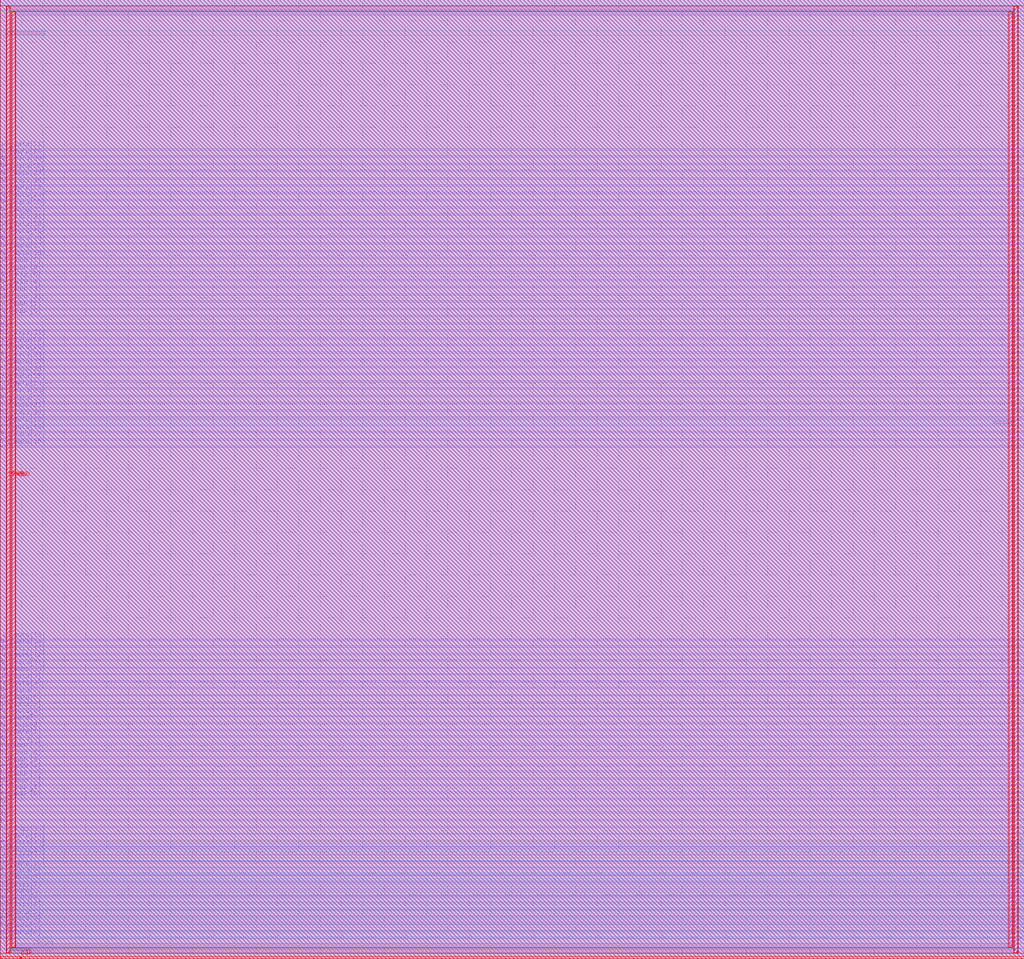
<source format=lef>
##
## LEF for PtnCells ;
## created by Innovus v15.20-p005_1 on Sat Jun 19 03:30:33 2021
##

VERSION 5.7 ;

BUSBITCHARS "[]" ;
DIVIDERCHAR "/" ;

MACRO BlockRAM_1KB
  CLASS BLOCK ;
  SIZE 480.2400 BY 449.8200 ;
  FOREIGN BlockRAM_1KB 0.0000 0.0000 ;
  ORIGIN 0 0 ;
  SYMMETRY X Y R90 ;
  PIN clk
    DIRECTION INPUT ;
    USE SIGNAL ;
    ANTENNAPARTIALMETALAREA 134.524 LAYER met4  ;
    ANTENNAPARTIALMETALSIDEAREA 718.88 LAYER met4  ;
    ANTENNAMODEL OXIDE1 ;
    ANTENNAGATEAREA 5.406 LAYER met4  ;
    ANTENNAMAXAREACAR 60.7259 LAYER met4  ;
    ANTENNAMAXSIDEAREACAR 302.798 LAYER met4  ;
    ANTENNAMAXCUTCAR 0.990122 LAYER via4  ;
    PORT
      LAYER met4 ;
        RECT 9.4700 0.0000 9.8500 0.7200 ;
    END
  END clk
  PIN rd_addr[7]
    DIRECTION INPUT ;
    USE SIGNAL ;
    ANTENNAPARTIALMETALAREA 0.9582 LAYER met1  ;
    ANTENNAPARTIALMETALSIDEAREA 4.683 LAYER met1  ;
    ANTENNAPARTIALCUTAREA 0.0225 LAYER via  ;
    ANTENNAPARTIALMETALAREA 48.2241 LAYER met2  ;
    ANTENNAPARTIALMETALSIDEAREA 240.831 LAYER met2  ;
    ANTENNAPARTIALCUTAREA 0.04 LAYER via2  ;
    ANTENNAPARTIALMETALAREA 0.6969 LAYER met3  ;
    ANTENNAPARTIALMETALSIDEAREA 4.192 LAYER met3  ;
    PORT
      LAYER met1 ;
        RECT 0.0000 97.5600 0.7200 97.9400 ;
    END
  END rd_addr[7]
  PIN rd_addr[6]
    DIRECTION INPUT ;
    USE SIGNAL ;
    ANTENNAPARTIALMETALAREA 0.6362 LAYER met1  ;
    ANTENNAPARTIALMETALSIDEAREA 3.073 LAYER met1  ;
    ANTENNAPARTIALCUTAREA 0.0225 LAYER via  ;
    ANTENNAPARTIALMETALAREA 49.0221 LAYER met2  ;
    ANTENNAPARTIALMETALSIDEAREA 244.822 LAYER met2  ;
    ANTENNAPARTIALCUTAREA 0.04 LAYER via2  ;
    ANTENNAPARTIALMETALAREA 1.0749 LAYER met3  ;
    ANTENNAPARTIALMETALSIDEAREA 6.208 LAYER met3  ;
    PORT
      LAYER met1 ;
        RECT 0.0000 94.1600 0.7200 94.5400 ;
    END
  END rd_addr[6]
  PIN rd_addr[5]
    DIRECTION INPUT ;
    USE SIGNAL ;
    ANTENNAPARTIALMETALAREA 1.2032 LAYER met1  ;
    ANTENNAPARTIALMETALSIDEAREA 5.908 LAYER met1  ;
    ANTENNAPARTIALCUTAREA 0.0225 LAYER via  ;
    ANTENNAPARTIALMETALAREA 49.3861 LAYER met2  ;
    ANTENNAPARTIALMETALSIDEAREA 246.642 LAYER met2  ;
    ANTENNAPARTIALCUTAREA 0.04 LAYER via2  ;
    ANTENNAPARTIALMETALAREA 2.2509 LAYER met3  ;
    ANTENNAPARTIALMETALSIDEAREA 12.48 LAYER met3  ;
    PORT
      LAYER met1 ;
        RECT 0.0000 90.7600 0.7200 91.1400 ;
    END
  END rd_addr[5]
  PIN rd_addr[4]
    DIRECTION INPUT ;
    USE SIGNAL ;
    ANTENNAPARTIALMETALAREA 1.332 LAYER met1  ;
    ANTENNAPARTIALMETALSIDEAREA 6.552 LAYER met1  ;
    ANTENNAPARTIALCUTAREA 0.0225 LAYER via  ;
    ANTENNAPARTIALMETALAREA 49.3441 LAYER met2  ;
    ANTENNAPARTIALMETALSIDEAREA 246.432 LAYER met2  ;
    ANTENNAPARTIALCUTAREA 0.04 LAYER via2  ;
    ANTENNAPARTIALMETALAREA 0.6552 LAYER met3  ;
    ANTENNAPARTIALMETALSIDEAREA 3.96 LAYER met3  ;
    PORT
      LAYER met1 ;
        RECT 0.0000 87.7000 0.7200 88.0800 ;
    END
  END rd_addr[4]
  PIN rd_addr[3]
    DIRECTION INPUT ;
    USE SIGNAL ;
    ANTENNAPARTIALMETALAREA 0.765 LAYER met1  ;
    ANTENNAPARTIALMETALSIDEAREA 3.717 LAYER met1  ;
    ANTENNAPARTIALCUTAREA 0.0225 LAYER via  ;
    ANTENNAPARTIALMETALAREA 50.0973 LAYER met2  ;
    ANTENNAPARTIALMETALSIDEAREA 250.198 LAYER met2  ;
    ANTENNAPARTIALCUTAREA 0.04 LAYER via2  ;
    ANTENNAPARTIALMETALAREA 1.5969 LAYER met3  ;
    ANTENNAPARTIALMETALSIDEAREA 8.992 LAYER met3  ;
    PORT
      LAYER met1 ;
        RECT 0.0000 84.3000 0.7200 84.6800 ;
    END
  END rd_addr[3]
  PIN rd_addr[2]
    DIRECTION INPUT ;
    USE SIGNAL ;
    ANTENNAPARTIALMETALAREA 0.3426 LAYER met1  ;
    ANTENNAPARTIALMETALSIDEAREA 1.568 LAYER met1  ;
    ANTENNAPARTIALCUTAREA 0.0225 LAYER via  ;
    ANTENNAPARTIALMETALAREA 48.3669 LAYER met2  ;
    ANTENNAPARTIALMETALSIDEAREA 241.546 LAYER met2  ;
    ANTENNAPARTIALCUTAREA 0.04 LAYER via2  ;
    ANTENNAPARTIALMETALAREA 1.0089 LAYER met3  ;
    ANTENNAPARTIALMETALSIDEAREA 5.856 LAYER met3  ;
    PORT
      LAYER met1 ;
        RECT 0.0000 81.2400 0.7200 81.6200 ;
    END
  END rd_addr[2]
  PIN rd_addr[1]
    DIRECTION INPUT ;
    USE SIGNAL ;
    ANTENNAPARTIALMETALAREA 0.2498 LAYER met1  ;
    ANTENNAPARTIALMETALSIDEAREA 1.141 LAYER met1  ;
    ANTENNAPARTIALCUTAREA 0.0225 LAYER via  ;
    ANTENNAPARTIALMETALAREA 50.9849 LAYER met2  ;
    ANTENNAPARTIALMETALSIDEAREA 254.635 LAYER met2  ;
    ANTENNAPARTIALCUTAREA 0.04 LAYER via2  ;
    ANTENNAPARTIALMETALAREA 8.2089 LAYER met3  ;
    ANTENNAPARTIALMETALSIDEAREA 44.256 LAYER met3  ;
    PORT
      LAYER met1 ;
        RECT 0.0000 77.8400 0.7200 78.2200 ;
    END
  END rd_addr[1]
  PIN rd_addr[0]
    DIRECTION INPUT ;
    USE SIGNAL ;
    ANTENNAPARTIALMETALAREA 1.6372 LAYER met1  ;
    ANTENNAPARTIALMETALSIDEAREA 8.078 LAYER met1  ;
    ANTENNAPARTIALCUTAREA 0.0225 LAYER via  ;
    ANTENNAPARTIALMETALAREA 45.2031 LAYER met2  ;
    ANTENNAPARTIALMETALSIDEAREA 225.844 LAYER met2  ;
    ANTENNAPARTIALCUTAREA 0.04 LAYER via2  ;
    ANTENNAPARTIALMETALAREA 2.401 LAYER met3  ;
    ANTENNAPARTIALMETALSIDEAREA 13.272 LAYER met3  ;
    ANTENNAPARTIALCUTAREA 0.04 LAYER via3  ;
    ANTENNAPARTIALMETALAREA 1.9524 LAYER met4  ;
    ANTENNAPARTIALMETALSIDEAREA 10.888 LAYER met4  ;
    PORT
      LAYER met1 ;
        RECT 0.0000 74.7800 0.7200 75.1600 ;
    END
  END rd_addr[0]
  PIN rd_data[31]
    DIRECTION OUTPUT ;
    USE SIGNAL ;
    ANTENNAPARTIALMETALAREA 4.5002 LAYER met1  ;
    ANTENNAPARTIALMETALSIDEAREA 22.393 LAYER met1  ;
    ANTENNAPARTIALCUTAREA 0.0225 LAYER via  ;
    ANTENNAPARTIALMETALAREA 38.0099 LAYER met2  ;
    ANTENNAPARTIALMETALSIDEAREA 189.878 LAYER met2  ;
    ANTENNAPARTIALCUTAREA 0.04 LAYER via2  ;
    ANTENNADIFFAREA 0.429 LAYER met3  ;
    ANTENNAPARTIALMETALAREA 17.4108 LAYER met3  ;
    ANTENNAPARTIALMETALSIDEAREA 93.328 LAYER met3  ;
    PORT
      LAYER met1 ;
        RECT 0.0000 291.0200 0.7200 291.4000 ;
    END
  END rd_data[31]
  PIN rd_data[30]
    DIRECTION OUTPUT ;
    USE SIGNAL ;
    ANTENNAPARTIALMETALAREA 3.985 LAYER met1  ;
    ANTENNAPARTIALMETALSIDEAREA 19.817 LAYER met1  ;
    ANTENNAPARTIALCUTAREA 0.0225 LAYER via  ;
    ANTENNAPARTIALMETALAREA 36.5371 LAYER met2  ;
    ANTENNAPARTIALMETALSIDEAREA 182.514 LAYER met2  ;
    ANTENNAPARTIALCUTAREA 0.04 LAYER via2  ;
    ANTENNADIFFAREA 0.429 LAYER met3  ;
    ANTENNAPARTIALMETALAREA 19.6668 LAYER met3  ;
    ANTENNAPARTIALMETALSIDEAREA 105.36 LAYER met3  ;
    PORT
      LAYER met1 ;
        RECT 0.0000 287.6200 0.7200 288.0000 ;
    END
  END rd_data[30]
  PIN rd_data[29]
    DIRECTION OUTPUT ;
    USE SIGNAL ;
    ANTENNAPARTIALMETALAREA 4.7578 LAYER met1  ;
    ANTENNAPARTIALMETALSIDEAREA 23.681 LAYER met1  ;
    ANTENNAPARTIALCUTAREA 0.0225 LAYER via  ;
    ANTENNAPARTIALMETALAREA 34.7773 LAYER met2  ;
    ANTENNAPARTIALMETALSIDEAREA 173.715 LAYER met2  ;
    ANTENNAPARTIALCUTAREA 0.04 LAYER via2  ;
    ANTENNADIFFAREA 0.429 LAYER met3  ;
    ANTENNAPARTIALMETALAREA 18.3768 LAYER met3  ;
    ANTENNAPARTIALMETALSIDEAREA 98.48 LAYER met3  ;
    PORT
      LAYER met1 ;
        RECT 0.0000 284.2200 0.7200 284.6000 ;
    END
  END rd_data[29]
  PIN rd_data[28]
    DIRECTION OUTPUT ;
    USE SIGNAL ;
    ANTENNAPARTIALMETALAREA 3.4698 LAYER met1  ;
    ANTENNAPARTIALMETALSIDEAREA 17.241 LAYER met1  ;
    ANTENNAPARTIALCUTAREA 0.0225 LAYER via  ;
    ANTENNADIFFAREA 0.429 LAYER met2  ;
    ANTENNAPARTIALMETALAREA 37.1502 LAYER met2  ;
    ANTENNAPARTIALMETALSIDEAREA 185.633 LAYER met2  ;
    PORT
      LAYER met1 ;
        RECT 0.0000 280.8200 0.7200 281.2000 ;
    END
  END rd_data[28]
  PIN rd_data[27]
    DIRECTION OUTPUT ;
    USE SIGNAL ;
    ANTENNAPARTIALMETALAREA 13.3178 LAYER met1  ;
    ANTENNAPARTIALMETALSIDEAREA 66.444 LAYER met1  ;
    ANTENNAPARTIALCUTAREA 0.0225 LAYER via  ;
    ANTENNADIFFAREA 0.429 LAYER met2  ;
    ANTENNAPARTIALMETALAREA 1.8352 LAYER met2  ;
    ANTENNAPARTIALMETALSIDEAREA 9.058 LAYER met2  ;
    PORT
      LAYER met1 ;
        RECT 0.0000 277.4200 0.7200 277.8000 ;
    END
  END rd_data[27]
  PIN rd_data[26]
    DIRECTION OUTPUT ;
    USE SIGNAL ;
    ANTENNADIFFAREA 0.429 LAYER met1  ;
    ANTENNAPARTIALMETALAREA 2.1844 LAYER met1  ;
    ANTENNAPARTIALMETALSIDEAREA 10.885 LAYER met1  ;
    PORT
      LAYER met1 ;
        RECT 0.0000 274.0200 0.7200 274.4000 ;
    END
  END rd_data[26]
  PIN rd_data[25]
    DIRECTION OUTPUT ;
    USE SIGNAL ;
    ANTENNAPARTIALMETALAREA 3.7274 LAYER met1  ;
    ANTENNAPARTIALMETALSIDEAREA 18.529 LAYER met1  ;
    ANTENNAPARTIALCUTAREA 0.0225 LAYER via  ;
    ANTENNADIFFAREA 0.429 LAYER met2  ;
    ANTENNAPARTIALMETALAREA 36.4152 LAYER met2  ;
    ANTENNAPARTIALMETALSIDEAREA 181.958 LAYER met2  ;
    PORT
      LAYER met1 ;
        RECT 0.0000 270.6200 0.7200 271.0000 ;
    END
  END rd_data[25]
  PIN rd_data[24]
    DIRECTION OUTPUT ;
    USE SIGNAL ;
    ANTENNADIFFAREA 0.429 LAYER met1  ;
    ANTENNAPARTIALMETALAREA 2.389 LAYER met1  ;
    ANTENNAPARTIALMETALSIDEAREA 11.8405 LAYER met1  ;
    PORT
      LAYER met1 ;
        RECT 0.0000 267.2200 0.7200 267.6000 ;
    END
  END rd_data[24]
  PIN rd_data[23]
    DIRECTION OUTPUT ;
    USE SIGNAL ;
    ANTENNAPARTIALMETALAREA 6.5456 LAYER met1  ;
    ANTENNAPARTIALMETALSIDEAREA 32.62 LAYER met1  ;
    ANTENNAPARTIALCUTAREA 0.0225 LAYER via  ;
    ANTENNAPARTIALMETALAREA 31.6987 LAYER met2  ;
    ANTENNAPARTIALMETALSIDEAREA 158.322 LAYER met2  ;
    ANTENNAPARTIALCUTAREA 0.04 LAYER via2  ;
    ANTENNADIFFAREA 0.429 LAYER met3  ;
    ANTENNAPARTIALMETALAREA 11.2488 LAYER met3  ;
    ANTENNAPARTIALMETALSIDEAREA 60.464 LAYER met3  ;
    PORT
      LAYER met1 ;
        RECT 0.0000 263.8200 0.7200 264.2000 ;
    END
  END rd_data[23]
  PIN rd_data[22]
    DIRECTION OUTPUT ;
    USE SIGNAL ;
    ANTENNAPARTIALMETALAREA 4.1782 LAYER met1  ;
    ANTENNAPARTIALMETALSIDEAREA 20.783 LAYER met1  ;
    ANTENNAPARTIALCUTAREA 0.0225 LAYER via  ;
    ANTENNAPARTIALMETALAREA 33.7721 LAYER met2  ;
    ANTENNAPARTIALMETALSIDEAREA 168.689 LAYER met2  ;
    ANTENNAPARTIALCUTAREA 0.04 LAYER via2  ;
    ANTENNADIFFAREA 0.429 LAYER met3  ;
    ANTENNAPARTIALMETALAREA 11.9868 LAYER met3  ;
    ANTENNAPARTIALMETALSIDEAREA 64.4 LAYER met3  ;
    PORT
      LAYER met1 ;
        RECT 0.0000 260.4200 0.7200 260.8000 ;
    END
  END rd_data[22]
  PIN rd_data[21]
    DIRECTION OUTPUT ;
    USE SIGNAL ;
    ANTENNAPARTIALMETALAREA 7.0118 LAYER met1  ;
    ANTENNAPARTIALMETALSIDEAREA 34.951 LAYER met1  ;
    ANTENNAPARTIALCUTAREA 0.0225 LAYER via  ;
    ANTENNADIFFAREA 0.429 LAYER met2  ;
    ANTENNAPARTIALMETALAREA 34.4254 LAYER met2  ;
    ANTENNAPARTIALMETALSIDEAREA 171.773 LAYER met2  ;
    PORT
      LAYER met1 ;
        RECT 0.0000 257.0200 0.7200 257.4000 ;
    END
  END rd_data[21]
  PIN rd_data[20]
    DIRECTION OUTPUT ;
    USE SIGNAL ;
    ANTENNAPARTIALMETALAREA 2.9546 LAYER met1  ;
    ANTENNAPARTIALMETALSIDEAREA 14.665 LAYER met1  ;
    ANTENNAPARTIALCUTAREA 0.0225 LAYER via  ;
    ANTENNADIFFAREA 0.429 LAYER met2  ;
    ANTENNAPARTIALMETALAREA 33.5774 LAYER met2  ;
    ANTENNAPARTIALMETALSIDEAREA 167.769 LAYER met2  ;
    PORT
      LAYER met1 ;
        RECT 0.0000 253.6200 0.7200 254.0000 ;
    END
  END rd_data[20]
  PIN rd_data[19]
    DIRECTION OUTPUT ;
    USE SIGNAL ;
    ANTENNAPARTIALMETALAREA 3.663 LAYER met1  ;
    ANTENNAPARTIALMETALSIDEAREA 18.207 LAYER met1  ;
    ANTENNAPARTIALCUTAREA 0.0225 LAYER via  ;
    ANTENNAPARTIALMETALAREA 32.5135 LAYER met2  ;
    ANTENNAPARTIALMETALSIDEAREA 162.396 LAYER met2  ;
    ANTENNAPARTIALCUTAREA 0.04 LAYER via2  ;
    ANTENNADIFFAREA 0.429 LAYER met3  ;
    ANTENNAPARTIALMETALAREA 14.8848 LAYER met3  ;
    ANTENNAPARTIALMETALSIDEAREA 79.856 LAYER met3  ;
    PORT
      LAYER met1 ;
        RECT 0.0000 250.2200 0.7200 250.6000 ;
    END
  END rd_data[19]
  PIN rd_data[18]
    DIRECTION OUTPUT ;
    USE SIGNAL ;
    ANTENNAPARTIALMETALAREA 2.9252 LAYER met1  ;
    ANTENNAPARTIALMETALSIDEAREA 14.518 LAYER met1  ;
    ANTENNAPARTIALCUTAREA 0.0225 LAYER via  ;
    ANTENNADIFFAREA 0.429 LAYER met2  ;
    ANTENNAPARTIALMETALAREA 31.1428 LAYER met2  ;
    ANTENNAPARTIALMETALSIDEAREA 155.596 LAYER met2  ;
    PORT
      LAYER met1 ;
        RECT 0.0000 246.8200 0.7200 247.2000 ;
    END
  END rd_data[18]
  PIN rd_data[17]
    DIRECTION OUTPUT ;
    USE SIGNAL ;
    ANTENNAPARTIALMETALAREA 3.4572 LAYER met1  ;
    ANTENNAPARTIALMETALSIDEAREA 17.178 LAYER met1  ;
    ANTENNAPARTIALCUTAREA 0.0225 LAYER via  ;
    ANTENNADIFFAREA 0.429 LAYER met2  ;
    ANTENNAPARTIALMETALAREA 32.624 LAYER met2  ;
    ANTENNAPARTIALMETALSIDEAREA 163.002 LAYER met2  ;
    PORT
      LAYER met1 ;
        RECT 0.0000 243.4200 0.7200 243.8000 ;
    END
  END rd_data[17]
  PIN rd_data[16]
    DIRECTION OUTPUT ;
    USE SIGNAL ;
    ANTENNAPARTIALMETALAREA 4.629 LAYER met1  ;
    ANTENNAPARTIALMETALSIDEAREA 23.037 LAYER met1  ;
    ANTENNAPARTIALCUTAREA 0.0225 LAYER via  ;
    ANTENNADIFFAREA 0.429 LAYER met2  ;
    ANTENNAPARTIALMETALAREA 30.6668 LAYER met2  ;
    ANTENNAPARTIALMETALSIDEAREA 153.216 LAYER met2  ;
    PORT
      LAYER met1 ;
        RECT 0.0000 240.0200 0.7200 240.4000 ;
    END
  END rd_data[16]
  PIN rd_data[15]
    DIRECTION OUTPUT ;
    USE SIGNAL ;
    ANTENNAPARTIALMETALAREA 14.2246 LAYER met1  ;
    ANTENNAPARTIALMETALSIDEAREA 71.015 LAYER met1  ;
    ANTENNAPARTIALCUTAREA 0.0225 LAYER via  ;
    ANTENNADIFFAREA 0.429 LAYER met2  ;
    ANTENNAPARTIALMETALAREA 6.7716 LAYER met2  ;
    ANTENNAPARTIALMETALSIDEAREA 33.74 LAYER met2  ;
    PORT
      LAYER met1 ;
        RECT 0.0000 58.4600 0.7200 58.8400 ;
    END
  END rd_data[15]
  PIN rd_data[14]
    DIRECTION OUTPUT ;
    USE SIGNAL ;
    ANTENNAPARTIALMETALAREA 14.8518 LAYER met1  ;
    ANTENNAPARTIALMETALSIDEAREA 74.151 LAYER met1  ;
    ANTENNAPARTIALCUTAREA 0.0225 LAYER via  ;
    ANTENNADIFFAREA 0.429 LAYER met2  ;
    ANTENNAPARTIALMETALAREA 3.8988 LAYER met2  ;
    ANTENNAPARTIALMETALSIDEAREA 19.376 LAYER met2  ;
    PORT
      LAYER met1 ;
        RECT 0.0000 55.0600 0.7200 55.4400 ;
    END
  END rd_data[14]
  PIN rd_data[13]
    DIRECTION OUTPUT ;
    USE SIGNAL ;
    ANTENNAPARTIALMETALAREA 14.7062 LAYER met1  ;
    ANTENNAPARTIALMETALSIDEAREA 73.423 LAYER met1  ;
    ANTENNAPARTIALCUTAREA 0.0225 LAYER via  ;
    ANTENNADIFFAREA 0.429 LAYER met2  ;
    ANTENNAPARTIALMETALAREA 4.2796 LAYER met2  ;
    ANTENNAPARTIALMETALSIDEAREA 21.28 LAYER met2  ;
    PORT
      LAYER met1 ;
        RECT 0.0000 52.0000 0.7200 52.3800 ;
    END
  END rd_data[13]
  PIN rd_data[12]
    DIRECTION OUTPUT ;
    USE SIGNAL ;
    ANTENNAPARTIALMETALAREA 3.243 LAYER met1  ;
    ANTENNAPARTIALMETALSIDEAREA 16.107 LAYER met1  ;
    ANTENNAPARTIALCUTAREA 0.0225 LAYER via  ;
    ANTENNAPARTIALMETALAREA 0.3555 LAYER met2  ;
    ANTENNAPARTIALMETALSIDEAREA 1.6065 LAYER met2  ;
    ANTENNAPARTIALCUTAREA 0.04 LAYER via2  ;
    ANTENNADIFFAREA 0.429 LAYER met3  ;
    ANTENNAPARTIALMETALAREA 9.5448 LAYER met3  ;
    ANTENNAPARTIALMETALSIDEAREA 51.376 LAYER met3  ;
    PORT
      LAYER met1 ;
        RECT 0.0000 48.6000 0.7200 48.9800 ;
    END
  END rd_data[12]
  PIN rd_data[11]
    DIRECTION OUTPUT ;
    USE SIGNAL ;
    ANTENNAPARTIALMETALAREA 1.7282 LAYER met1  ;
    ANTENNAPARTIALMETALSIDEAREA 8.533 LAYER met1  ;
    ANTENNAPARTIALCUTAREA 0.0225 LAYER via  ;
    ANTENNAPARTIALMETALAREA 4.4337 LAYER met2  ;
    ANTENNAPARTIALMETALSIDEAREA 21.9975 LAYER met2  ;
    ANTENNAPARTIALCUTAREA 0.04 LAYER via2  ;
    ANTENNADIFFAREA 0.429 LAYER met3  ;
    ANTENNAPARTIALMETALAREA 27.4428 LAYER met3  ;
    ANTENNAPARTIALMETALSIDEAREA 146.832 LAYER met3  ;
    PORT
      LAYER met1 ;
        RECT 0.0000 45.5400 0.7200 45.9200 ;
    END
  END rd_data[11]
  PIN rd_data[10]
    DIRECTION OUTPUT ;
    USE SIGNAL ;
    ANTENNAPARTIALMETALAREA 0.7314 LAYER met1  ;
    ANTENNAPARTIALMETALSIDEAREA 3.549 LAYER met1  ;
    ANTENNAPARTIALCUTAREA 0.0225 LAYER via  ;
    ANTENNAPARTIALMETALAREA 4.0963 LAYER met2  ;
    ANTENNAPARTIALMETALSIDEAREA 20.3105 LAYER met2  ;
    ANTENNAPARTIALCUTAREA 0.04 LAYER via2  ;
    ANTENNADIFFAREA 0.429 LAYER met3  ;
    ANTENNAPARTIALMETALAREA 19.0668 LAYER met3  ;
    ANTENNAPARTIALMETALSIDEAREA 102.16 LAYER met3  ;
    PORT
      LAYER met1 ;
        RECT 0.0000 42.1400 0.7200 42.5200 ;
    END
  END rd_data[10]
  PIN rd_data[9]
    DIRECTION OUTPUT ;
    USE SIGNAL ;
    ANTENNAPARTIALMETALAREA 6.5078 LAYER met1  ;
    ANTENNAPARTIALMETALSIDEAREA 32.431 LAYER met1  ;
    ANTENNAPARTIALCUTAREA 0.0225 LAYER via  ;
    ANTENNADIFFAREA 0.429 LAYER met2  ;
    ANTENNAPARTIALMETALAREA 4.0486 LAYER met2  ;
    ANTENNAPARTIALMETALSIDEAREA 20.125 LAYER met2  ;
    PORT
      LAYER met1 ;
        RECT 0.0000 39.0800 0.7200 39.4600 ;
    END
  END rd_data[9]
  PIN rd_data[8]
    DIRECTION OUTPUT ;
    USE SIGNAL ;
    ANTENNAPARTIALMETALAREA 1.087 LAYER met1  ;
    ANTENNAPARTIALMETALSIDEAREA 5.327 LAYER met1  ;
    ANTENNAPARTIALCUTAREA 0.0225 LAYER via  ;
    ANTENNAPARTIALMETALAREA 0.4255 LAYER met2  ;
    ANTENNAPARTIALMETALSIDEAREA 1.9565 LAYER met2  ;
    ANTENNAPARTIALCUTAREA 0.04 LAYER via2  ;
    ANTENNADIFFAREA 0.429 LAYER met3  ;
    ANTENNAPARTIALMETALAREA 15.8478 LAYER met3  ;
    ANTENNAPARTIALMETALSIDEAREA 84.992 LAYER met3  ;
    PORT
      LAYER met1 ;
        RECT 0.0000 35.6800 0.7200 36.0600 ;
    END
  END rd_data[8]
  PIN rd_data[7]
    DIRECTION OUTPUT ;
    USE SIGNAL ;
    ANTENNAPARTIALMETALAREA 1.6974 LAYER met1  ;
    ANTENNAPARTIALMETALSIDEAREA 8.379 LAYER met1  ;
    ANTENNAPARTIALCUTAREA 0.0225 LAYER via  ;
    ANTENNAPARTIALMETALAREA 2.9819 LAYER met2  ;
    ANTENNAPARTIALMETALSIDEAREA 14.7385 LAYER met2  ;
    ANTENNAPARTIALCUTAREA 0.04 LAYER via2  ;
    ANTENNADIFFAREA 0.429 LAYER met3  ;
    ANTENNAPARTIALMETALAREA 25.3248 LAYER met3  ;
    ANTENNAPARTIALMETALSIDEAREA 135.536 LAYER met3  ;
    PORT
      LAYER met1 ;
        RECT 0.0000 32.2800 0.7200 32.6600 ;
    END
  END rd_data[7]
  PIN rd_data[6]
    DIRECTION OUTPUT ;
    USE SIGNAL ;
    ANTENNAPARTIALMETALAREA 0.1854 LAYER met1  ;
    ANTENNAPARTIALMETALSIDEAREA 0.819 LAYER met1  ;
    ANTENNAPARTIALCUTAREA 0.0225 LAYER via  ;
    ANTENNAPARTIALMETALAREA 2.8951 LAYER met2  ;
    ANTENNAPARTIALMETALSIDEAREA 14.3045 LAYER met2  ;
    ANTENNAPARTIALCUTAREA 0.04 LAYER via2  ;
    ANTENNADIFFAREA 0.429 LAYER met3  ;
    ANTENNAPARTIALMETALAREA 26.5188 LAYER met3  ;
    ANTENNAPARTIALMETALSIDEAREA 141.904 LAYER met3  ;
    PORT
      LAYER met1 ;
        RECT 0.0000 29.2200 0.7200 29.6000 ;
    END
  END rd_data[6]
  PIN rd_data[5]
    DIRECTION OUTPUT ;
    USE SIGNAL ;
    ANTENNAPARTIALMETALAREA 0.3142 LAYER met1  ;
    ANTENNAPARTIALMETALSIDEAREA 1.463 LAYER met1  ;
    ANTENNAPARTIALCUTAREA 0.0225 LAYER via  ;
    ANTENNAPARTIALMETALAREA 0.2925 LAYER met2  ;
    ANTENNAPARTIALMETALSIDEAREA 1.2915 LAYER met2  ;
    ANTENNAPARTIALCUTAREA 0.04 LAYER via2  ;
    ANTENNADIFFAREA 0.429 LAYER met3  ;
    ANTENNAPARTIALMETALAREA 20.8188 LAYER met3  ;
    ANTENNAPARTIALMETALSIDEAREA 111.504 LAYER met3  ;
    PORT
      LAYER met1 ;
        RECT 0.0000 25.8200 0.7200 26.2000 ;
    END
  END rd_data[5]
  PIN rd_data[4]
    DIRECTION OUTPUT ;
    USE SIGNAL ;
    ANTENNAPARTIALMETALAREA 0.7006 LAYER met1  ;
    ANTENNAPARTIALMETALSIDEAREA 3.395 LAYER met1  ;
    ANTENNAPARTIALCUTAREA 0.0225 LAYER via  ;
    ANTENNAPARTIALMETALAREA 0.3793 LAYER met2  ;
    ANTENNAPARTIALMETALSIDEAREA 1.7255 LAYER met2  ;
    ANTENNAPARTIALCUTAREA 0.04 LAYER via2  ;
    ANTENNADIFFAREA 0.429 LAYER met3  ;
    ANTENNAPARTIALMETALAREA 15.3888 LAYER met3  ;
    ANTENNAPARTIALMETALSIDEAREA 82.544 LAYER met3  ;
    PORT
      LAYER met1 ;
        RECT 0.0000 22.7600 0.7200 23.1400 ;
    END
  END rd_data[4]
  PIN rd_data[3]
    DIRECTION OUTPUT ;
    USE SIGNAL ;
    ANTENNAPARTIALMETALAREA 1.0226 LAYER met1  ;
    ANTENNAPARTIALMETALSIDEAREA 5.005 LAYER met1  ;
    ANTENNAPARTIALCUTAREA 0.0225 LAYER via  ;
    ANTENNAPARTIALMETALAREA 1.2151 LAYER met2  ;
    ANTENNAPARTIALMETALSIDEAREA 5.9045 LAYER met2  ;
    ANTENNAPARTIALCUTAREA 0.04 LAYER via2  ;
    ANTENNADIFFAREA 0.429 LAYER met3  ;
    ANTENNAPARTIALMETALAREA 19.7148 LAYER met3  ;
    ANTENNAPARTIALMETALSIDEAREA 105.616 LAYER met3  ;
    PORT
      LAYER met1 ;
        RECT 0.0000 19.3600 0.7200 19.7400 ;
    END
  END rd_data[3]
  PIN rd_data[2]
    DIRECTION OUTPUT ;
    USE SIGNAL ;
    ANTENNADIFFAREA 0.429 LAYER met1  ;
    ANTENNAPARTIALMETALAREA 8.333 LAYER met1  ;
    ANTENNAPARTIALMETALSIDEAREA 41.5975 LAYER met1  ;
    PORT
      LAYER met1 ;
        RECT 0.0000 16.3000 0.7200 16.6800 ;
    END
  END rd_data[2]
  PIN rd_data[1]
    DIRECTION OUTPUT ;
    USE SIGNAL ;
    ANTENNADIFFAREA 0.429 LAYER met1  ;
    ANTENNAPARTIALMETALAREA 5.8088 LAYER met1  ;
    ANTENNAPARTIALMETALSIDEAREA 28.9765 LAYER met1  ;
    PORT
      LAYER met1 ;
        RECT 0.0000 12.9000 0.7200 13.2800 ;
    END
  END rd_data[1]
  PIN rd_data[0]
    DIRECTION OUTPUT ;
    USE SIGNAL ;
    ANTENNAPARTIALMETALAREA 6.6702 LAYER met1  ;
    ANTENNAPARTIALMETALSIDEAREA 33.243 LAYER met1  ;
    ANTENNAPARTIALCUTAREA 0.0225 LAYER via  ;
    ANTENNADIFFAREA 0.429 LAYER met2  ;
    ANTENNAPARTIALMETALAREA 1.2976 LAYER met2  ;
    ANTENNAPARTIALMETALSIDEAREA 6.37 LAYER met2  ;
    PORT
      LAYER met1 ;
        RECT 0.0000 9.8400 0.7200 10.2200 ;
    END
  END rd_data[0]
  PIN wr_addr[7]
    DIRECTION INPUT ;
    USE SIGNAL ;
    ANTENNAPARTIALMETALAREA 5.2086 LAYER met1  ;
    ANTENNAPARTIALMETALSIDEAREA 25.935 LAYER met1  ;
    ANTENNAPARTIALCUTAREA 0.0225 LAYER via  ;
    ANTENNAPARTIALMETALAREA 37.0481 LAYER met2  ;
    ANTENNAPARTIALMETALSIDEAREA 185.07 LAYER met2  ;
    ANTENNAPARTIALCUTAREA 0.04 LAYER via2  ;
    ANTENNAPARTIALMETALAREA 0.7644 LAYER met3  ;
    ANTENNAPARTIALMETALSIDEAREA 4.552 LAYER met3  ;
    PORT
      LAYER met1 ;
        RECT 0.0000 325.0200 0.7200 325.4000 ;
    END
  END wr_addr[7]
  PIN wr_addr[6]
    DIRECTION INPUT ;
    USE SIGNAL ;
    ANTENNAPARTIALMETALAREA 6.4546 LAYER met1  ;
    ANTENNAPARTIALMETALSIDEAREA 32.165 LAYER met1  ;
    ANTENNAPARTIALCUTAREA 0.0225 LAYER via  ;
    ANTENNAPARTIALMETALAREA 36.5721 LAYER met2  ;
    ANTENNAPARTIALMETALSIDEAREA 182.689 LAYER met2  ;
    ANTENNAPARTIALCUTAREA 0.04 LAYER via2  ;
    ANTENNAPARTIALMETALAREA 0.1089 LAYER met3  ;
    ANTENNAPARTIALMETALSIDEAREA 1.056 LAYER met3  ;
    PORT
      LAYER met1 ;
        RECT 0.0000 321.6200 0.7200 322.0000 ;
    END
  END wr_addr[6]
  PIN wr_addr[5]
    DIRECTION INPUT ;
    USE SIGNAL ;
    ANTENNAPARTIALMETALAREA 7.3338 LAYER met1  ;
    ANTENNAPARTIALMETALSIDEAREA 36.561 LAYER met1  ;
    ANTENNAPARTIALCUTAREA 0.0225 LAYER via  ;
    ANTENNAPARTIALMETALAREA 36.0667 LAYER met2  ;
    ANTENNAPARTIALMETALSIDEAREA 180.162 LAYER met2  ;
    ANTENNAPARTIALCUTAREA 0.04 LAYER via2  ;
    ANTENNAPARTIALMETALAREA 0.1089 LAYER met3  ;
    ANTENNAPARTIALMETALSIDEAREA 1.056 LAYER met3  ;
    PORT
      LAYER met1 ;
        RECT 0.0000 318.2200 0.7200 318.6000 ;
    END
  END wr_addr[5]
  PIN wr_addr[4]
    DIRECTION INPUT ;
    USE SIGNAL ;
    ANTENNAPARTIALMETALAREA 8.199 LAYER met1  ;
    ANTENNAPARTIALMETALSIDEAREA 40.887 LAYER met1  ;
    ANTENNAPARTIALCUTAREA 0.0225 LAYER via  ;
    ANTENNAPARTIALMETALAREA 35.5935 LAYER met2  ;
    ANTENNAPARTIALMETALSIDEAREA 177.796 LAYER met2  ;
    ANTENNAPARTIALCUTAREA 0.04 LAYER via2  ;
    ANTENNAPARTIALMETALAREA 0.7644 LAYER met3  ;
    ANTENNAPARTIALMETALSIDEAREA 4.552 LAYER met3  ;
    PORT
      LAYER met1 ;
        RECT 0.0000 314.8200 0.7200 315.2000 ;
    END
  END wr_addr[4]
  PIN wr_addr[3]
    DIRECTION INPUT ;
    USE SIGNAL ;
    ANTENNAPARTIALMETALAREA 0.4948 LAYER met1  ;
    ANTENNAPARTIALMETALSIDEAREA 2.366 LAYER met1  ;
    ANTENNAPARTIALCUTAREA 0.0225 LAYER via  ;
    ANTENNAPARTIALMETALAREA 35.0893 LAYER met2  ;
    ANTENNAPARTIALMETALSIDEAREA 175.158 LAYER met2  ;
    ANTENNAPARTIALCUTAREA 0.04 LAYER via2  ;
    ANTENNAPARTIALMETALAREA 0.9684 LAYER met3  ;
    ANTENNAPARTIALMETALSIDEAREA 5.64 LAYER met3  ;
    PORT
      LAYER met1 ;
        RECT 0.0000 311.4200 0.7200 311.8000 ;
    END
  END wr_addr[3]
  PIN wr_addr[2]
    DIRECTION INPUT ;
    USE SIGNAL ;
    ANTENNAPARTIALMETALAREA 10.1832 LAYER met1  ;
    ANTENNAPARTIALMETALSIDEAREA 50.771 LAYER met1  ;
    ANTENNAPARTIALCUTAREA 0.0225 LAYER via  ;
    ANTENNAPARTIALMETALAREA 0.4318 LAYER met2  ;
    ANTENNAPARTIALMETALSIDEAREA 1.988 LAYER met2  ;
    ANTENNAPARTIALCUTAREA 0.04 LAYER via2  ;
    ANTENNAPARTIALMETALAREA 0.4074 LAYER met3  ;
    ANTENNAPARTIALMETALSIDEAREA 2.648 LAYER met3  ;
    PORT
      LAYER met1 ;
        RECT 0.0000 308.0200 0.7200 308.4000 ;
    END
  END wr_addr[2]
  PIN wr_addr[1]
    DIRECTION INPUT ;
    USE SIGNAL ;
    ANTENNAPARTIALMETALAREA 11.1926 LAYER met1  ;
    ANTENNAPARTIALMETALSIDEAREA 55.818 LAYER met1  ;
    ANTENNAPARTIALCUTAREA 0.0225 LAYER via  ;
    ANTENNAPARTIALMETALAREA 7.1861 LAYER met2  ;
    ANTENNAPARTIALMETALSIDEAREA 35.7595 LAYER met2  ;
    ANTENNAPARTIALCUTAREA 0.04 LAYER via2  ;
    ANTENNAPARTIALMETALAREA 0.7944 LAYER met3  ;
    ANTENNAPARTIALMETALSIDEAREA 4.712 LAYER met3  ;
    PORT
      LAYER met1 ;
        RECT 0.0000 304.6200 0.7200 305.0000 ;
    END
  END wr_addr[1]
  PIN wr_addr[0]
    DIRECTION INPUT ;
    USE SIGNAL ;
    ANTENNAPARTIALMETALAREA 3.908 LAYER met1  ;
    ANTENNAPARTIALMETALSIDEAREA 19.432 LAYER met1  ;
    ANTENNAPARTIALCUTAREA 0.0225 LAYER via  ;
    ANTENNAPARTIALMETALAREA 29.6279 LAYER met2  ;
    ANTENNAPARTIALMETALSIDEAREA 147.85 LAYER met2  ;
    ANTENNAPARTIALCUTAREA 0.04 LAYER via2  ;
    ANTENNAPARTIALMETALAREA 0.697 LAYER met3  ;
    ANTENNAPARTIALMETALSIDEAREA 4.184 LAYER met3  ;
    ANTENNAPARTIALCUTAREA 0.04 LAYER via3  ;
    ANTENNAPARTIALMETALAREA 0.840075 LAYER met4  ;
    ANTENNAPARTIALMETALSIDEAREA 4.936 LAYER met4  ;
    PORT
      LAYER met1 ;
        RECT 0.0000 301.2200 0.7200 301.6000 ;
    END
  END wr_addr[0]
  PIN wr_data[31]
    DIRECTION INPUT ;
    USE SIGNAL ;
    ANTENNAPARTIALMETALAREA 59.2878 LAYER met1  ;
    ANTENNAPARTIALMETALSIDEAREA 296.331 LAYER met1  ;
    ANTENNAPARTIALCUTAREA 0.0225 LAYER via  ;
    ANTENNAPARTIALMETALAREA 50.5091 LAYER met2  ;
    ANTENNAPARTIALMETALSIDEAREA 252.374 LAYER met2  ;
    ANTENNAPARTIALCUTAREA 0.04 LAYER via2  ;
    ANTENNAPARTIALMETALAREA 6.403 LAYER met3  ;
    ANTENNAPARTIALMETALSIDEAREA 34.616 LAYER met3  ;
    ANTENNAPARTIALCUTAREA 0.04 LAYER via3  ;
    ANTENNAPARTIALMETALAREA 0.6516 LAYER met4  ;
    ANTENNAPARTIALMETALSIDEAREA 4.416 LAYER met4  ;
    ANTENNAMODEL OXIDE1 ;
    ANTENNAGATEAREA 0.126 LAYER met4  ;
    ANTENNAMAXAREACAR 35.727 LAYER met4  ;
    ANTENNAMAXSIDEAREACAR 175.643 LAYER met4  ;
    ANTENNAMAXCUTCAR 1.04286 LAYER via4  ;
    PORT
      LAYER met1 ;
        RECT 0.0000 379.4200 0.7200 379.8000 ;
    END
  END wr_data[31]
  PIN wr_data[30]
    DIRECTION INPUT ;
    USE SIGNAL ;
    ANTENNAPARTIALMETALAREA 58.7698 LAYER met1  ;
    ANTENNAPARTIALMETALSIDEAREA 293.741 LAYER met1  ;
    ANTENNAPARTIALCUTAREA 0.0225 LAYER via  ;
    ANTENNAPARTIALMETALAREA 49.9701 LAYER met2  ;
    ANTENNAPARTIALMETALSIDEAREA 249.68 LAYER met2  ;
    ANTENNAPARTIALCUTAREA 0.04 LAYER via2  ;
    ANTENNAPARTIALMETALAREA 9.37 LAYER met3  ;
    ANTENNAPARTIALMETALSIDEAREA 50.44 LAYER met3  ;
    ANTENNAPARTIALCUTAREA 0.04 LAYER via3  ;
    ANTENNAPARTIALMETALAREA 0.6516 LAYER met4  ;
    ANTENNAPARTIALMETALSIDEAREA 4.416 LAYER met4  ;
    ANTENNAMODEL OXIDE1 ;
    ANTENNAGATEAREA 0.126 LAYER met4  ;
    ANTENNAMAXAREACAR 30.2222 LAYER met4  ;
    ANTENNAMAXSIDEAREACAR 151.123 LAYER met4  ;
    ANTENNAMAXCUTCAR 1.04286 LAYER via4  ;
    PORT
      LAYER met1 ;
        RECT 0.0000 376.0200 0.7200 376.4000 ;
    END
  END wr_data[30]
  PIN wr_data[29]
    DIRECTION INPUT ;
    USE SIGNAL ;
    ANTENNAPARTIALMETALAREA 59.4334 LAYER met1  ;
    ANTENNAPARTIALMETALSIDEAREA 297.059 LAYER met1  ;
    ANTENNAPARTIALCUTAREA 0.0225 LAYER via  ;
    ANTENNAPARTIALMETALAREA 48.2215 LAYER met2  ;
    ANTENNAPARTIALMETALSIDEAREA 240.936 LAYER met2  ;
    ANTENNAPARTIALCUTAREA 0.04 LAYER via2  ;
    ANTENNAPARTIALMETALAREA 7.3 LAYER met3  ;
    ANTENNAPARTIALMETALSIDEAREA 39.4 LAYER met3  ;
    ANTENNAPARTIALCUTAREA 0.04 LAYER via3  ;
    ANTENNAPARTIALMETALAREA 0.6516 LAYER met4  ;
    ANTENNAPARTIALMETALSIDEAREA 4.416 LAYER met4  ;
    ANTENNAMODEL OXIDE1 ;
    ANTENNAGATEAREA 0.126 LAYER met4  ;
    ANTENNAMAXAREACAR 44.5778 LAYER met4  ;
    ANTENNAMAXSIDEAREACAR 220.262 LAYER met4  ;
    ANTENNAMAXCUTCAR 1.04286 LAYER via4  ;
    PORT
      LAYER met1 ;
        RECT 0.0000 372.6200 0.7200 373.0000 ;
    END
  END wr_data[29]
  PIN wr_data[28]
    DIRECTION INPUT ;
    USE SIGNAL ;
    ANTENNAPARTIALMETALAREA 61.7518 LAYER met1  ;
    ANTENNAPARTIALMETALSIDEAREA 308.651 LAYER met1  ;
    ANTENNAPARTIALCUTAREA 0.0225 LAYER via  ;
    ANTENNAPARTIALMETALAREA 45.0209 LAYER met2  ;
    ANTENNAPARTIALMETALSIDEAREA 224.816 LAYER met2  ;
    ANTENNAPARTIALCUTAREA 0.04 LAYER via2  ;
    ANTENNAPARTIALMETALAREA 0.3948 LAYER met3  ;
    ANTENNAPARTIALMETALSIDEAREA 2.576 LAYER met3  ;
    ANTENNAMODEL OXIDE1 ;
    ANTENNAGATEAREA 0.126 LAYER met3  ;
    ANTENNAMAXAREACAR 9.10873 LAYER met3  ;
    ANTENNAMAXSIDEAREACAR 32.5794 LAYER met3  ;
    ANTENNAMAXCUTCAR 0.725397 LAYER via3  ;
    PORT
      LAYER met1 ;
        RECT 0.0000 369.2200 0.7200 369.6000 ;
    END
  END wr_data[28]
  PIN wr_data[27]
    DIRECTION INPUT ;
    USE SIGNAL ;
    ANTENNAPARTIALMETALAREA 55.6982 LAYER met1  ;
    ANTENNAPARTIALMETALSIDEAREA 278.383 LAYER met1  ;
    ANTENNAPARTIALCUTAREA 0.0225 LAYER via  ;
    ANTENNAPARTIALMETALAREA 46.7268 LAYER met2  ;
    ANTENNAPARTIALMETALSIDEAREA 233.345 LAYER met2  ;
    ANTENNAPARTIALCUTAREA 0.04 LAYER via2  ;
    ANTENNAPARTIALMETALAREA 0.3948 LAYER met3  ;
    ANTENNAPARTIALMETALSIDEAREA 2.576 LAYER met3  ;
    ANTENNAMODEL OXIDE1 ;
    ANTENNAGATEAREA 0.126 LAYER met3  ;
    ANTENNAMAXAREACAR 9.81032 LAYER met3  ;
    ANTENNAMAXSIDEAREACAR 35.5516 LAYER met3  ;
    ANTENNAMAXCUTCAR 0.725397 LAYER via3  ;
    PORT
      LAYER met1 ;
        RECT 0.0000 365.8200 0.7200 366.2000 ;
    END
  END wr_data[27]
  PIN wr_data[26]
    DIRECTION INPUT ;
    USE SIGNAL ;
    ANTENNAPARTIALMETALAREA 59.0792 LAYER met1  ;
    ANTENNAPARTIALMETALSIDEAREA 295.288 LAYER met1  ;
    ANTENNAPARTIALCUTAREA 0.0225 LAYER via  ;
    ANTENNAPARTIALMETALAREA 48.6653 LAYER met2  ;
    ANTENNAPARTIALMETALSIDEAREA 243.156 LAYER met2  ;
    ANTENNAPARTIALCUTAREA 0.04 LAYER via2  ;
    ANTENNAPARTIALMETALAREA 9.0888 LAYER met3  ;
    ANTENNAPARTIALMETALSIDEAREA 48.944 LAYER met3  ;
    ANTENNAMODEL OXIDE1 ;
    ANTENNAGATEAREA 0.126 LAYER met3  ;
    ANTENNAMAXAREACAR 79.6968 LAYER met3  ;
    ANTENNAMAXSIDEAREACAR 407.663 LAYER met3  ;
    ANTENNAMAXCUTCAR 0.725397 LAYER via3  ;
    PORT
      LAYER met1 ;
        RECT 0.0000 362.4200 0.7200 362.8000 ;
    END
  END wr_data[26]
  PIN wr_data[25]
    DIRECTION INPUT ;
    USE SIGNAL ;
    ANTENNAPARTIALMETALAREA 17.2028 LAYER met1  ;
    ANTENNAPARTIALMETALSIDEAREA 85.869 LAYER met1  ;
    ANTENNAPARTIALCUTAREA 0.0225 LAYER via  ;
    ANTENNAPARTIALMETALAREA 4.452 LAYER met2  ;
    ANTENNAPARTIALMETALSIDEAREA 21.798 LAYER met2  ;
    ANTENNAMODEL OXIDE1 ;
    ANTENNAGATEAREA 0.252 LAYER met2  ;
    ANTENNAMAXAREACAR 24.0325 LAYER met2  ;
    ANTENNAMAXSIDEAREACAR 100.552 LAYER met2  ;
    ANTENNAMAXCUTCAR 0.407937 LAYER via2  ;
    PORT
      LAYER met1 ;
        RECT 0.0000 359.0200 0.7200 359.4000 ;
    END
  END wr_data[25]
  PIN wr_data[24]
    DIRECTION INPUT ;
    USE SIGNAL ;
    ANTENNAPARTIALMETALAREA 16.3964 LAYER met1  ;
    ANTENNAPARTIALMETALSIDEAREA 81.837 LAYER met1  ;
    ANTENNAPARTIALCUTAREA 0.0225 LAYER via  ;
    ANTENNAPARTIALMETALAREA 6.3065 LAYER met2  ;
    ANTENNAPARTIALMETALSIDEAREA 31.1255 LAYER met2  ;
    ANTENNAMODEL OXIDE1 ;
    ANTENNAGATEAREA 0.126 LAYER met2  ;
    ANTENNAMAXAREACAR 61.2619 LAYER met2  ;
    ANTENNAMAXSIDEAREACAR 285.302 LAYER met2  ;
    ANTENNAPARTIALCUTAREA 0.04 LAYER via2  ;
    ANTENNAMAXCUTCAR 0.725397 LAYER via2  ;
    ANTENNAPARTIALMETALAREA 0.6708 LAYER met3  ;
    ANTENNAPARTIALMETALSIDEAREA 4.048 LAYER met3  ;
    ANTENNAGATEAREA 0.252 LAYER met3  ;
    ANTENNAMAXAREACAR 63.9238 LAYER met3  ;
    ANTENNAMAXSIDEAREACAR 301.365 LAYER met3  ;
    ANTENNAMAXCUTCAR 0.725397 LAYER via3  ;
    PORT
      LAYER met1 ;
        RECT 0.0000 355.6200 0.7200 356.0000 ;
    END
  END wr_data[24]
  PIN wr_data[23]
    DIRECTION INPUT ;
    USE SIGNAL ;
    ANTENNAPARTIALMETALAREA 62.581 LAYER met1  ;
    ANTENNAPARTIALMETALSIDEAREA 312.76 LAYER met1  ;
    ANTENNAPARTIALCUTAREA 0.0225 LAYER via  ;
    ANTENNAPARTIALMETALAREA 0.2925 LAYER met2  ;
    ANTENNAPARTIALMETALSIDEAREA 1.2915 LAYER met2  ;
    ANTENNAPARTIALCUTAREA 0.04 LAYER via2  ;
    ANTENNAPARTIALMETALAREA 0.331 LAYER met3  ;
    ANTENNAPARTIALMETALSIDEAREA 2.232 LAYER met3  ;
    ANTENNAPARTIALCUTAREA 0.04 LAYER via3  ;
    ANTENNAPARTIALMETALAREA 6.5238 LAYER met4  ;
    ANTENNAPARTIALMETALSIDEAREA 35.264 LAYER met4  ;
    ANTENNAMODEL OXIDE1 ;
    ANTENNAGATEAREA 0.126 LAYER met4  ;
    ANTENNAMAXAREACAR 122.073 LAYER met4  ;
    ANTENNAMAXSIDEAREACAR 634.369 LAYER met4  ;
    ANTENNAMAXCUTCAR 1.04286 LAYER via4  ;
    PORT
      LAYER met1 ;
        RECT 0.0000 352.2200 0.7200 352.6000 ;
    END
  END wr_data[23]
  PIN wr_data[22]
    DIRECTION INPUT ;
    USE SIGNAL ;
    ANTENNAPARTIALMETALAREA 62.3598 LAYER met1  ;
    ANTENNAPARTIALMETALSIDEAREA 311.654 LAYER met1  ;
    ANTENNAPARTIALCUTAREA 0.0225 LAYER via  ;
    ANTENNAPARTIALMETALAREA 5.184 LAYER met2  ;
    ANTENNAPARTIALMETALSIDEAREA 25.802 LAYER met2  ;
    ANTENNAMODEL OXIDE1 ;
    ANTENNAGATEAREA 0.126 LAYER met2  ;
    ANTENNAMAXAREACAR 69.4865 LAYER met2  ;
    ANTENNAMAXSIDEAREACAR 328.718 LAYER met2  ;
    ANTENNAMAXCUTCAR 0.407937 LAYER via2  ;
    PORT
      LAYER met1 ;
        RECT 0.0000 348.8200 0.7200 349.2000 ;
    END
  END wr_data[22]
  PIN wr_data[21]
    DIRECTION INPUT ;
    USE SIGNAL ;
    ANTENNAPARTIALMETALAREA 62.2184 LAYER met1  ;
    ANTENNAPARTIALMETALSIDEAREA 310.947 LAYER met1  ;
    ANTENNAPARTIALCUTAREA 0.0225 LAYER via  ;
    ANTENNAPARTIALMETALAREA 6.3908 LAYER met2  ;
    ANTENNAPARTIALMETALSIDEAREA 31.836 LAYER met2  ;
    ANTENNAMODEL OXIDE1 ;
    ANTENNAGATEAREA 0.126 LAYER met2  ;
    ANTENNAMAXAREACAR 81.8643 LAYER met2  ;
    ANTENNAMAXSIDEAREACAR 390.607 LAYER met2  ;
    ANTENNAMAXCUTCAR 0.407937 LAYER via2  ;
    PORT
      LAYER met1 ;
        RECT 0.0000 345.4200 0.7200 345.8000 ;
    END
  END wr_data[21]
  PIN wr_data[20]
    DIRECTION INPUT ;
    USE SIGNAL ;
    ANTENNAPARTIALMETALAREA 16.6064 LAYER met1  ;
    ANTENNAPARTIALMETALSIDEAREA 82.887 LAYER met1  ;
    ANTENNAPARTIALCUTAREA 0.0225 LAYER via  ;
    ANTENNAPARTIALMETALAREA 7.7148 LAYER met2  ;
    ANTENNAPARTIALMETALSIDEAREA 38.22 LAYER met2  ;
    ANTENNAMODEL OXIDE1 ;
    ANTENNAGATEAREA 0.621 LAYER met2  ;
    ANTENNAMAXAREACAR 39.2335 LAYER met2  ;
    ANTENNAMAXSIDEAREACAR 177.82 LAYER met2  ;
    ANTENNAMAXCUTCAR 0.407937 LAYER via2  ;
    PORT
      LAYER met1 ;
        RECT 0.0000 342.0200 0.7200 342.4000 ;
    END
  END wr_data[20]
  PIN wr_data[19]
    DIRECTION INPUT ;
    USE SIGNAL ;
    ANTENNAPARTIALMETALAREA 63.0612 LAYER met1  ;
    ANTENNAPARTIALMETALSIDEAREA 315.161 LAYER met1  ;
    ANTENNAPARTIALCUTAREA 0.0225 LAYER via  ;
    ANTENNAPARTIALMETALAREA 3.9156 LAYER met2  ;
    ANTENNAPARTIALMETALSIDEAREA 19.46 LAYER met2  ;
    ANTENNAMODEL OXIDE1 ;
    ANTENNAGATEAREA 0.126 LAYER met2  ;
    ANTENNAMAXAREACAR 57.3754 LAYER met2  ;
    ANTENNAMAXSIDEAREACAR 268.163 LAYER met2  ;
    ANTENNAMAXCUTCAR 0.407937 LAYER via2  ;
    PORT
      LAYER met1 ;
        RECT 0.0000 338.6200 0.7200 339.0000 ;
    END
  END wr_data[19]
  PIN wr_data[18]
    DIRECTION INPUT ;
    USE SIGNAL ;
    ANTENNAPARTIALMETALAREA 62.7952 LAYER met1  ;
    ANTENNAPARTIALMETALSIDEAREA 313.831 LAYER met1  ;
    ANTENNAPARTIALCUTAREA 0.0225 LAYER via  ;
    ANTENNAPARTIALMETALAREA 4.82 LAYER met2  ;
    ANTENNAPARTIALMETALSIDEAREA 23.982 LAYER met2  ;
    ANTENNAMODEL OXIDE1 ;
    ANTENNAGATEAREA 0.126 LAYER met2  ;
    ANTENNAMAXAREACAR 67.0087 LAYER met2  ;
    ANTENNAMAXSIDEAREACAR 316.329 LAYER met2  ;
    ANTENNAMAXCUTCAR 0.407937 LAYER via2  ;
    PORT
      LAYER met1 ;
        RECT 0.0000 335.2200 0.7200 335.6000 ;
    END
  END wr_data[18]
  PIN wr_data[17]
    DIRECTION INPUT ;
    USE SIGNAL ;
    ANTENNAPARTIALMETALAREA 61.958 LAYER met1  ;
    ANTENNAPARTIALMETALSIDEAREA 309.645 LAYER met1  ;
    ANTENNAPARTIALCUTAREA 0.0225 LAYER via  ;
    ANTENNAPARTIALMETALAREA 10.068 LAYER met2  ;
    ANTENNAPARTIALMETALSIDEAREA 49.77 LAYER met2  ;
    ANTENNAMODEL OXIDE1 ;
    ANTENNAGATEAREA 1.737 LAYER met2  ;
    ANTENNAMAXAREACAR 18.2664 LAYER met2  ;
    ANTENNAMAXSIDEAREACAR 79.6608 LAYER met2  ;
    ANTENNAMAXCUTCAR 0.586508 LAYER via2  ;
    PORT
      LAYER met1 ;
        RECT 0.0000 331.8200 0.7200 332.2000 ;
    END
  END wr_data[17]
  PIN wr_data[16]
    DIRECTION INPUT ;
    USE SIGNAL ;
    ANTENNAPARTIALMETALAREA 60.425 LAYER met1  ;
    ANTENNAPARTIALMETALSIDEAREA 301.98 LAYER met1  ;
    ANTENNAPARTIALCUTAREA 0.0225 LAYER via  ;
    ANTENNAPARTIALMETALAREA 8.2424 LAYER met2  ;
    ANTENNAPARTIALMETALSIDEAREA 40.642 LAYER met2  ;
    ANTENNAMODEL OXIDE1 ;
    ANTENNAGATEAREA 1.494 LAYER met2  ;
    ANTENNAMAXAREACAR 18.1876 LAYER met2  ;
    ANTENNAMAXSIDEAREACAR 71.9217 LAYER met2  ;
    ANTENNAMAXCUTCAR 0.586508 LAYER via2  ;
    PORT
      LAYER met1 ;
        RECT 0.0000 328.4200 0.7200 328.8000 ;
    END
  END wr_data[16]
  PIN wr_data[15]
    DIRECTION INPUT ;
    USE SIGNAL ;
    ANTENNAPARTIALMETALAREA 63.5064 LAYER met1  ;
    ANTENNAPARTIALMETALSIDEAREA 317.387 LAYER met1  ;
    ANTENNAPARTIALCUTAREA 0.0225 LAYER via  ;
    ANTENNAPARTIALMETALAREA 7.0956 LAYER met2  ;
    ANTENNAPARTIALMETALSIDEAREA 35.252 LAYER met2  ;
    ANTENNAMODEL OXIDE1 ;
    ANTENNAGATEAREA 0.252 LAYER met2  ;
    ANTENNAMAXAREACAR 37.0786 LAYER met2  ;
    ANTENNAMAXSIDEAREACAR 166.718 LAYER met2  ;
    ANTENNAMAXCUTCAR 0.407937 LAYER via2  ;
    PORT
      LAYER met1 ;
        RECT 0.0000 149.2400 0.7200 149.6200 ;
    END
  END wr_data[15]
  PIN wr_data[14]
    DIRECTION INPUT ;
    USE SIGNAL ;
    ANTENNAPARTIALMETALAREA 64.0058 LAYER met1  ;
    ANTENNAPARTIALMETALSIDEAREA 319.921 LAYER met1  ;
    ANTENNAPARTIALCUTAREA 0.0225 LAYER via  ;
    ANTENNAPARTIALMETALAREA 17.282 LAYER met2  ;
    ANTENNAPARTIALMETALSIDEAREA 86.184 LAYER met2  ;
    ANTENNAMODEL OXIDE1 ;
    ANTENNAGATEAREA 0.252 LAYER met2  ;
    ANTENNAMAXAREACAR 74.4341 LAYER met2  ;
    ANTENNAMAXSIDEAREACAR 353.496 LAYER met2  ;
    ANTENNAMAXCUTCAR 0.407937 LAYER via2  ;
    PORT
      LAYER met1 ;
        RECT 0.0000 146.1800 0.7200 146.5600 ;
    END
  END wr_data[14]
  PIN wr_data[13]
    DIRECTION INPUT ;
    USE SIGNAL ;
    ANTENNAPARTIALMETALAREA 59.7554 LAYER met1  ;
    ANTENNAPARTIALMETALSIDEAREA 298.669 LAYER met1  ;
    ANTENNAPARTIALCUTAREA 0.0225 LAYER via  ;
    ANTENNAPARTIALMETALAREA 17.9815 LAYER met2  ;
    ANTENNAPARTIALMETALSIDEAREA 89.7365 LAYER met2  ;
    ANTENNAPARTIALCUTAREA 0.04 LAYER via2  ;
    ANTENNAPARTIALMETALAREA 8.5368 LAYER met3  ;
    ANTENNAPARTIALMETALSIDEAREA 46 LAYER met3  ;
    ANTENNAMODEL OXIDE1 ;
    ANTENNAGATEAREA 0.252 LAYER met3  ;
    ANTENNAMAXAREACAR 44.8496 LAYER met3  ;
    ANTENNAMAXSIDEAREACAR 218.522 LAYER met3  ;
    ANTENNAMAXCUTCAR 0.566667 LAYER via3  ;
    PORT
      LAYER met1 ;
        RECT 0.0000 142.7800 0.7200 143.1600 ;
    END
  END wr_data[13]
  PIN wr_data[12]
    DIRECTION INPUT ;
    USE SIGNAL ;
    ANTENNAPARTIALMETALAREA 61.1428 LAYER met1  ;
    ANTENNAPARTIALMETALSIDEAREA 305.606 LAYER met1  ;
    ANTENNAPARTIALCUTAREA 0.0225 LAYER via  ;
    ANTENNAPARTIALMETALAREA 13.236 LAYER met2  ;
    ANTENNAPARTIALMETALSIDEAREA 65.954 LAYER met2  ;
    ANTENNAMODEL OXIDE1 ;
    ANTENNAGATEAREA 0.252 LAYER met2  ;
    ANTENNAMAXAREACAR 59.4008 LAYER met2  ;
    ANTENNAMAXSIDEAREACAR 278.329 LAYER met2  ;
    ANTENNAMAXCUTCAR 0.407937 LAYER via2  ;
    PORT
      LAYER met1 ;
        RECT 0.0000 139.7200 0.7200 140.1000 ;
    END
  END wr_data[12]
  PIN wr_data[11]
    DIRECTION INPUT ;
    USE SIGNAL ;
    ANTENNAPARTIALMETALAREA 61.9968 LAYER met1  ;
    ANTENNAPARTIALMETALSIDEAREA 309.876 LAYER met1  ;
    ANTENNAPARTIALCUTAREA 0.0225 LAYER via  ;
    ANTENNAPARTIALMETALAREA 13.5524 LAYER met2  ;
    ANTENNAPARTIALMETALSIDEAREA 67.536 LAYER met2  ;
    ANTENNAMODEL OXIDE1 ;
    ANTENNAGATEAREA 0.252 LAYER met2  ;
    ANTENNAMAXAREACAR 61.0675 LAYER met2  ;
    ANTENNAMAXSIDEAREACAR 286.663 LAYER met2  ;
    ANTENNAMAXCUTCAR 0.407937 LAYER via2  ;
    PORT
      LAYER met1 ;
        RECT 0.0000 136.3200 0.7200 136.7000 ;
    END
  END wr_data[11]
  PIN wr_data[10]
    DIRECTION INPUT ;
    USE SIGNAL ;
    ANTENNAPARTIALMETALAREA 63.2876 LAYER met1  ;
    ANTENNAPARTIALMETALSIDEAREA 316.33 LAYER met1  ;
    ANTENNAPARTIALCUTAREA 0.0225 LAYER via  ;
    ANTENNAPARTIALMETALAREA 15.6328 LAYER met2  ;
    ANTENNAPARTIALMETALSIDEAREA 77.938 LAYER met2  ;
    ANTENNAMODEL OXIDE1 ;
    ANTENNAGATEAREA 0.252 LAYER met2  ;
    ANTENNAMAXAREACAR 67.8897 LAYER met2  ;
    ANTENNAMAXSIDEAREACAR 320.774 LAYER met2  ;
    ANTENNAMAXCUTCAR 0.407937 LAYER via2  ;
    PORT
      LAYER met1 ;
        RECT 0.0000 133.2600 0.7200 133.6400 ;
    END
  END wr_data[10]
  PIN wr_data[9]
    DIRECTION INPUT ;
    USE SIGNAL ;
    ANTENNAPARTIALMETALAREA 60.6444 LAYER met1  ;
    ANTENNAPARTIALMETALSIDEAREA 303.114 LAYER met1  ;
    ANTENNAPARTIALCUTAREA 0.0225 LAYER via  ;
    ANTENNAPARTIALMETALAREA 14.1236 LAYER met2  ;
    ANTENNAPARTIALMETALSIDEAREA 70.392 LAYER met2  ;
    ANTENNAMODEL OXIDE1 ;
    ANTENNAGATEAREA 0.252 LAYER met2  ;
    ANTENNAMAXAREACAR 61.9008 LAYER met2  ;
    ANTENNAMAXSIDEAREACAR 290.829 LAYER met2  ;
    ANTENNAMAXCUTCAR 0.407937 LAYER via2  ;
    PORT
      LAYER met1 ;
        RECT 0.0000 129.8600 0.7200 130.2400 ;
    END
  END wr_data[9]
  PIN wr_data[8]
    DIRECTION INPUT ;
    USE SIGNAL ;
    ANTENNAPARTIALMETALAREA 45.768 LAYER met1  ;
    ANTENNAPARTIALMETALSIDEAREA 228.732 LAYER met1  ;
    ANTENNAPARTIALCUTAREA 0.0225 LAYER via  ;
    ANTENNAPARTIALMETALAREA 11.7444 LAYER met2  ;
    ANTENNAPARTIALMETALSIDEAREA 58.541 LAYER met2  ;
    ANTENNAPARTIALCUTAREA 0.04 LAYER via2  ;
    ANTENNAPARTIALMETALAREA 1.1844 LAYER met3  ;
    ANTENNAPARTIALMETALSIDEAREA 7.728 LAYER met3  ;
    ANTENNAMODEL OXIDE1 ;
    ANTENNAGATEAREA 0.252 LAYER met3  ;
    ANTENNAMAXAREACAR 16.2317 LAYER met3  ;
    ANTENNAMAXSIDEAREACAR 69.1905 LAYER met3  ;
    ANTENNAMAXCUTCAR 1.04286 LAYER via3  ;
    PORT
      LAYER met1 ;
        RECT 0.0000 126.8000 0.7200 127.1800 ;
    END
  END wr_data[8]
  PIN wr_data[7]
    DIRECTION INPUT ;
    USE SIGNAL ;
    ANTENNAPARTIALMETALAREA 64.509 LAYER met1  ;
    ANTENNAPARTIALMETALSIDEAREA 322.329 LAYER met1  ;
    ANTENNAPARTIALCUTAREA 0.045 LAYER via  ;
    ANTENNAPARTIALMETALAREA 21.1492 LAYER met2  ;
    ANTENNAPARTIALMETALSIDEAREA 105.007 LAYER met2  ;
    ANTENNAPARTIALCUTAREA 0.12 LAYER via2  ;
    ANTENNAPARTIALMETALAREA 3.5854 LAYER met3  ;
    ANTENNAPARTIALMETALSIDEAREA 21 LAYER met3  ;
    ANTENNAMODEL OXIDE1 ;
    ANTENNAGATEAREA 0.252 LAYER met3  ;
    ANTENNAMAXAREACAR 18.9504 LAYER met3  ;
    ANTENNAMAXSIDEAREACAR 95.4246 LAYER met3  ;
    ANTENNAPARTIALCUTAREA 0.04 LAYER via3  ;
    ANTENNAMAXCUTCAR 0.884127 LAYER via3  ;
    ANTENNAPARTIALMETALAREA 1.0029 LAYER met4  ;
    ANTENNAPARTIALMETALSIDEAREA 5.824 LAYER met4  ;
    ANTENNAGATEAREA 0.252 LAYER met4  ;
    ANTENNAMAXAREACAR 22.9302 LAYER met4  ;
    ANTENNAMAXSIDEAREACAR 118.536 LAYER met4  ;
    ANTENNAMAXCUTCAR 0.884127 LAYER via4  ;
    PORT
      LAYER met1 ;
        RECT 0.0000 123.4000 0.7200 123.7800 ;
    END
  END wr_data[7]
  PIN wr_data[6]
    DIRECTION INPUT ;
    USE SIGNAL ;
    ANTENNAPARTIALMETALAREA 65.6038 LAYER met1  ;
    ANTENNAPARTIALMETALSIDEAREA 327.803 LAYER met1  ;
    ANTENNAPARTIALCUTAREA 0.045 LAYER via  ;
    ANTENNAPARTIALMETALAREA 17.0705 LAYER met2  ;
    ANTENNAPARTIALMETALSIDEAREA 84.9555 LAYER met2  ;
    ANTENNAMODEL OXIDE1 ;
    ANTENNAGATEAREA 0.252 LAYER met2  ;
    ANTENNAMAXAREACAR 80.3294 LAYER met2  ;
    ANTENNAMAXSIDEAREACAR 389.05 LAYER met2  ;
    ANTENNAPARTIALCUTAREA 0.04 LAYER via2  ;
    ANTENNAMAXCUTCAR 0.566667 LAYER via2  ;
    ANTENNAPARTIALMETALAREA 0.262 LAYER met3  ;
    ANTENNAPARTIALMETALSIDEAREA 1.864 LAYER met3  ;
    ANTENNAGATEAREA 0.252 LAYER met3  ;
    ANTENNAMAXAREACAR 81.369 LAYER met3  ;
    ANTENNAMAXSIDEAREACAR 396.446 LAYER met3  ;
    ANTENNAPARTIALCUTAREA 0.04 LAYER via3  ;
    ANTENNAMAXCUTCAR 0.725397 LAYER via3  ;
    ANTENNAPARTIALMETALAREA 6.2019 LAYER met4  ;
    ANTENNAPARTIALMETALSIDEAREA 33.552 LAYER met4  ;
    ANTENNAGATEAREA 0.252 LAYER met4  ;
    ANTENNAMAXAREACAR 105.98 LAYER met4  ;
    ANTENNAMAXSIDEAREACAR 529.589 LAYER met4  ;
    ANTENNAMAXCUTCAR 0.725397 LAYER via4  ;
    PORT
      LAYER met1 ;
        RECT 0.0000 120.0000 0.7200 120.3800 ;
    END
  END wr_data[6]
  PIN wr_data[5]
    DIRECTION INPUT ;
    USE SIGNAL ;
    ANTENNAPARTIALMETALAREA 63.9698 LAYER met1  ;
    ANTENNAPARTIALMETALSIDEAREA 319.704 LAYER met1  ;
    ANTENNAPARTIALCUTAREA 0.0225 LAYER via  ;
    ANTENNAPARTIALMETALAREA 19.2261 LAYER met2  ;
    ANTENNAPARTIALMETALSIDEAREA 95.5745 LAYER met2  ;
    ANTENNAMODEL OXIDE1 ;
    ANTENNAGATEAREA 0.252 LAYER met2  ;
    ANTENNAMAXAREACAR 90.7944 LAYER met2  ;
    ANTENNAMAXSIDEAREACAR 440.744 LAYER met2  ;
    ANTENNAPARTIALCUTAREA 0.04 LAYER via2  ;
    ANTENNAMAXCUTCAR 0.566667 LAYER via2  ;
    ANTENNAPARTIALMETALAREA 0.607 LAYER met3  ;
    ANTENNAPARTIALMETALSIDEAREA 3.704 LAYER met3  ;
    ANTENNAGATEAREA 0.252 LAYER met3  ;
    ANTENNAMAXAREACAR 93.2032 LAYER met3  ;
    ANTENNAMAXSIDEAREACAR 455.442 LAYER met3  ;
    ANTENNAPARTIALCUTAREA 0.04 LAYER via3  ;
    ANTENNAMAXCUTCAR 0.725397 LAYER via3  ;
    ANTENNAPARTIALMETALAREA 1.1589 LAYER met4  ;
    ANTENNAPARTIALMETALSIDEAREA 6.656 LAYER met4  ;
    ANTENNAGATEAREA 0.252 LAYER met4  ;
    ANTENNAMAXAREACAR 97.802 LAYER met4  ;
    ANTENNAMAXSIDEAREACAR 481.855 LAYER met4  ;
    ANTENNAMAXCUTCAR 0.725397 LAYER via4  ;
    PORT
      LAYER met1 ;
        RECT 0.0000 116.9400 0.7200 117.3200 ;
    END
  END wr_data[5]
  PIN wr_data[4]
    DIRECTION INPUT ;
    USE SIGNAL ;
    ANTENNAPARTIALMETALAREA 60.9356 LAYER met1  ;
    ANTENNAPARTIALMETALSIDEAREA 304.57 LAYER met1  ;
    ANTENNAPARTIALCUTAREA 0.0225 LAYER via  ;
    ANTENNAPARTIALMETALAREA 14.5417 LAYER met2  ;
    ANTENNAPARTIALMETALSIDEAREA 72.0755 LAYER met2  ;
    ANTENNAMODEL OXIDE1 ;
    ANTENNAGATEAREA 0.252 LAYER met2  ;
    ANTENNAMAXAREACAR 69.0659 LAYER met2  ;
    ANTENNAMAXSIDEAREACAR 330.939 LAYER met2  ;
    ANTENNAPARTIALCUTAREA 0.04 LAYER via2  ;
    ANTENNAMAXCUTCAR 0.745238 LAYER via2  ;
    ANTENNAPARTIALMETALAREA 0.607 LAYER met3  ;
    ANTENNAPARTIALMETALSIDEAREA 3.704 LAYER met3  ;
    ANTENNAGATEAREA 0.252 LAYER met3  ;
    ANTENNAMAXAREACAR 71.4746 LAYER met3  ;
    ANTENNAMAXSIDEAREACAR 345.637 LAYER met3  ;
    ANTENNAPARTIALCUTAREA 0.04 LAYER via3  ;
    ANTENNAMAXCUTCAR 0.903968 LAYER via3  ;
    ANTENNAPARTIALMETALAREA 1.0539 LAYER met4  ;
    ANTENNAPARTIALMETALSIDEAREA 6.096 LAYER met4  ;
    ANTENNAGATEAREA 0.252 LAYER met4  ;
    ANTENNAMAXAREACAR 75.6567 LAYER met4  ;
    ANTENNAMAXSIDEAREACAR 369.827 LAYER met4  ;
    ANTENNAMAXCUTCAR 0.903968 LAYER via4  ;
    PORT
      LAYER met1 ;
        RECT 0.0000 113.5400 0.7200 113.9200 ;
    END
  END wr_data[4]
  PIN wr_data[3]
    DIRECTION INPUT ;
    USE SIGNAL ;
    ANTENNAPARTIALMETALAREA 65.6822 LAYER met1  ;
    ANTENNAPARTIALMETALSIDEAREA 328.195 LAYER met1  ;
    ANTENNAPARTIALCUTAREA 0.045 LAYER via  ;
    ANTENNAPARTIALMETALAREA 11.9077 LAYER met2  ;
    ANTENNAPARTIALMETALSIDEAREA 59.0135 LAYER met2  ;
    ANTENNAMODEL OXIDE1 ;
    ANTENNAGATEAREA 0.252 LAYER met2  ;
    ANTENNAMAXAREACAR 70.369 LAYER met2  ;
    ANTENNAMAXSIDEAREACAR 337.883 LAYER met2  ;
    ANTENNAPARTIALCUTAREA 0.04 LAYER via2  ;
    ANTENNAMAXCUTCAR 0.745238 LAYER via2  ;
    ANTENNAPARTIALMETALAREA 0.331 LAYER met3  ;
    ANTENNAPARTIALMETALSIDEAREA 2.232 LAYER met3  ;
    ANTENNAGATEAREA 0.252 LAYER met3  ;
    ANTENNAMAXAREACAR 71.6825 LAYER met3  ;
    ANTENNAMAXSIDEAREACAR 346.74 LAYER met3  ;
    ANTENNAPARTIALCUTAREA 0.04 LAYER via3  ;
    ANTENNAMAXCUTCAR 0.903968 LAYER via3  ;
    ANTENNAPARTIALMETALAREA 8.0589 LAYER met4  ;
    ANTENNAPARTIALMETALSIDEAREA 43.456 LAYER met4  ;
    ANTENNAGATEAREA 0.252 LAYER met4  ;
    ANTENNAMAXAREACAR 103.662 LAYER met4  ;
    ANTENNAMAXSIDEAREACAR 519.185 LAYER met4  ;
    ANTENNAMAXCUTCAR 0.903968 LAYER via4  ;
    PORT
      LAYER met1 ;
        RECT 0.0000 110.4800 0.7200 110.8600 ;
    END
  END wr_data[3]
  PIN wr_data[2]
    DIRECTION INPUT ;
    USE SIGNAL ;
    ANTENNAPARTIALMETALAREA 63.7496 LAYER met1  ;
    ANTENNAPARTIALMETALSIDEAREA 318.64 LAYER met1  ;
    ANTENNAPARTIALCUTAREA 0.0225 LAYER via  ;
    ANTENNAPARTIALMETALAREA 13.81 LAYER met2  ;
    ANTENNAPARTIALMETALSIDEAREA 68.6 LAYER met2  ;
    ANTENNAPARTIALCUTAREA 0.08 LAYER via2  ;
    ANTENNAPARTIALMETALAREA 5.9797 LAYER met3  ;
    ANTENNAPARTIALMETALSIDEAREA 32.824 LAYER met3  ;
    ANTENNAMODEL OXIDE1 ;
    ANTENNAGATEAREA 0.252 LAYER met3  ;
    ANTENNAMAXAREACAR 45.0619 LAYER met3  ;
    ANTENNAMAXSIDEAREACAR 224.54 LAYER met3  ;
    ANTENNAPARTIALCUTAREA 0.04 LAYER via3  ;
    ANTENNAMAXCUTCAR 0.884127 LAYER via3  ;
    ANTENNAPARTIALMETALAREA 1.0269 LAYER met4  ;
    ANTENNAPARTIALMETALSIDEAREA 5.952 LAYER met4  ;
    ANTENNAGATEAREA 0.252 LAYER met4  ;
    ANTENNAMAXAREACAR 49.1369 LAYER met4  ;
    ANTENNAMAXSIDEAREACAR 248.159 LAYER met4  ;
    ANTENNAMAXCUTCAR 0.884127 LAYER via4  ;
    PORT
      LAYER met1 ;
        RECT 0.0000 107.0800 0.7200 107.4600 ;
    END
  END wr_data[2]
  PIN wr_data[1]
    DIRECTION INPUT ;
    USE SIGNAL ;
    ANTENNAPARTIALMETALAREA 61.413 LAYER met1  ;
    ANTENNAPARTIALMETALSIDEAREA 306.957 LAYER met1  ;
    ANTENNAPARTIALCUTAREA 0.0225 LAYER via  ;
    ANTENNAPARTIALMETALAREA 14.1711 LAYER met2  ;
    ANTENNAPARTIALMETALSIDEAREA 70.4585 LAYER met2  ;
    ANTENNAMODEL OXIDE1 ;
    ANTENNAGATEAREA 0.252 LAYER met2  ;
    ANTENNAMAXAREACAR 63.8937 LAYER met2  ;
    ANTENNAMAXSIDEAREACAR 306.911 LAYER met2  ;
    ANTENNAPARTIALCUTAREA 0.04 LAYER via2  ;
    ANTENNAMAXCUTCAR 0.477381 LAYER via2  ;
    ANTENNAPARTIALMETALAREA 0.607 LAYER met3  ;
    ANTENNAPARTIALMETALSIDEAREA 3.704 LAYER met3  ;
    ANTENNAGATEAREA 0.252 LAYER met3  ;
    ANTENNAMAXAREACAR 66.3024 LAYER met3  ;
    ANTENNAMAXSIDEAREACAR 321.609 LAYER met3  ;
    ANTENNAPARTIALCUTAREA 0.04 LAYER via3  ;
    ANTENNAMAXCUTCAR 0.636111 LAYER via3  ;
    ANTENNAPARTIALMETALAREA 1.1049 LAYER met4  ;
    ANTENNAPARTIALMETALSIDEAREA 6.368 LAYER met4  ;
    ANTENNAGATEAREA 0.252 LAYER met4  ;
    ANTENNAMAXAREACAR 70.6869 LAYER met4  ;
    ANTENNAMAXSIDEAREACAR 346.879 LAYER met4  ;
    ANTENNAMAXCUTCAR 0.636111 LAYER via4  ;
    PORT
      LAYER met1 ;
        RECT 0.0000 104.0200 0.7200 104.4000 ;
    END
  END wr_data[1]
  PIN wr_data[0]
    DIRECTION INPUT ;
    USE SIGNAL ;
    ANTENNAPARTIALMETALAREA 56.1966 LAYER met1  ;
    ANTENNAPARTIALMETALSIDEAREA 280.875 LAYER met1  ;
    ANTENNAPARTIALCUTAREA 0.0225 LAYER via  ;
    ANTENNAPARTIALMETALAREA 13.2839 LAYER met2  ;
    ANTENNAPARTIALMETALSIDEAREA 65.8945 LAYER met2  ;
    ANTENNAMODEL OXIDE1 ;
    ANTENNAGATEAREA 0.252 LAYER met2  ;
    ANTENNAMAXAREACAR 58.773 LAYER met2  ;
    ANTENNAMAXSIDEAREACAR 280.439 LAYER met2  ;
    ANTENNAPARTIALCUTAREA 0.04 LAYER via2  ;
    ANTENNAMAXCUTCAR 0.745238 LAYER via2  ;
    ANTENNAPARTIALMETALAREA 0.607 LAYER met3  ;
    ANTENNAPARTIALMETALSIDEAREA 3.704 LAYER met3  ;
    ANTENNAGATEAREA 0.252 LAYER met3  ;
    ANTENNAMAXAREACAR 61.1817 LAYER met3  ;
    ANTENNAMAXSIDEAREACAR 295.137 LAYER met3  ;
    ANTENNAPARTIALCUTAREA 0.04 LAYER via3  ;
    ANTENNAMAXCUTCAR 0.903968 LAYER via3  ;
    ANTENNAPARTIALMETALAREA 1.1829 LAYER met4  ;
    ANTENNAPARTIALMETALSIDEAREA 6.784 LAYER met4  ;
    ANTENNAGATEAREA 0.252 LAYER met4  ;
    ANTENNAMAXAREACAR 65.8758 LAYER met4  ;
    ANTENNAMAXSIDEAREACAR 322.058 LAYER met4  ;
    ANTENNAMAXCUTCAR 0.903968 LAYER via4  ;
    PORT
      LAYER met1 ;
        RECT 0.0000 100.6200 0.7200 101.0000 ;
    END
  END wr_data[0]
  PIN C0
    DIRECTION INPUT ;
    USE SIGNAL ;
    ANTENNAPARTIALMETALAREA 16.0152 LAYER met1  ;
    ANTENNAPARTIALMETALSIDEAREA 79.968 LAYER met1  ;
    ANTENNAPARTIALCUTAREA 0.0225 LAYER via  ;
    ANTENNAPARTIALMETALAREA 7.498 LAYER met2  ;
    ANTENNAPARTIALMETALSIDEAREA 37.254 LAYER met2  ;
    ANTENNAMODEL OXIDE1 ;
    ANTENNAGATEAREA 1.611 LAYER met2  ;
    ANTENNAMAXAREACAR 52.6425 LAYER met2  ;
    ANTENNAMAXSIDEAREACAR 261.667 LAYER met2  ;
    ANTENNAMAXCUTCAR 0.265597 LAYER via2  ;
    PORT
      LAYER met1 ;
        RECT 0.0000 61.5200 0.7200 61.9000 ;
    END
  END C0
  PIN C1
    DIRECTION INPUT ;
    USE SIGNAL ;
    ANTENNAPARTIALMETALAREA 15.6932 LAYER met1  ;
    ANTENNAPARTIALMETALSIDEAREA 78.358 LAYER met1  ;
    ANTENNAPARTIALCUTAREA 0.0225 LAYER via  ;
    ANTENNAPARTIALMETALAREA 8.3716 LAYER met2  ;
    ANTENNAPARTIALMETALSIDEAREA 41.622 LAYER met2  ;
    ANTENNAMODEL OXIDE1 ;
    ANTENNAGATEAREA 1.242 LAYER met2  ;
    ANTENNAMAXAREACAR 83.0117 LAYER met2  ;
    ANTENNAMAXSIDEAREACAR 408.321 LAYER met2  ;
    ANTENNAMAXCUTCAR 0.265597 LAYER via2  ;
    PORT
      LAYER met1 ;
        RECT 0.0000 64.9200 0.7200 65.3000 ;
    END
  END C1
  PIN C2
    DIRECTION INPUT ;
    USE SIGNAL ;
    ANTENNAPARTIALMETALAREA 11.713 LAYER met1  ;
    ANTENNAPARTIALMETALSIDEAREA 58.457 LAYER met1  ;
    ANTENNAPARTIALCUTAREA 0.0225 LAYER via  ;
    ANTENNAPARTIALMETALAREA 7.9404 LAYER met2  ;
    ANTENNAPARTIALMETALSIDEAREA 39.466 LAYER met2  ;
    ANTENNAMODEL OXIDE1 ;
    ANTENNAGATEAREA 0.99 LAYER met2  ;
    ANTENNAMAXAREACAR 13.2655 LAYER met2  ;
    ANTENNAMAXSIDEAREACAR 65.1152 LAYER met2  ;
    ANTENNAMAXCUTCAR 0.149293 LAYER via2  ;
    PORT
      LAYER met1 ;
        RECT 0.0000 68.3200 0.7200 68.7000 ;
    END
  END C2
  PIN C3
    DIRECTION INPUT ;
    USE SIGNAL ;
    ANTENNAPARTIALMETALAREA 13.6114 LAYER met1  ;
    ANTENNAPARTIALMETALSIDEAREA 67.949 LAYER met1  ;
    ANTENNAPARTIALCUTAREA 0.0225 LAYER via  ;
    ANTENNAPARTIALMETALAREA 7.7374 LAYER met2  ;
    ANTENNAPARTIALMETALSIDEAREA 38.451 LAYER met2  ;
    ANTENNAMODEL OXIDE1 ;
    ANTENNAGATEAREA 0.747 LAYER met2  ;
    ANTENNAMAXAREACAR 15.7048 LAYER met2  ;
    ANTENNAMAXSIDEAREACAR 67.3171 LAYER met2  ;
    ANTENNAMAXCUTCAR 0.407937 LAYER via2  ;
    PORT
      LAYER met1 ;
        RECT 0.0000 71.3800 0.7200 71.7600 ;
    END
  END C3
  PIN C4
    DIRECTION INPUT ;
    USE SIGNAL ;
    ANTENNAPARTIALMETALAREA 17.4394 LAYER met1  ;
    ANTENNAPARTIALMETALSIDEAREA 87.052 LAYER met1  ;
    ANTENNAPARTIALCUTAREA 0.0225 LAYER via  ;
    ANTENNAPARTIALMETALAREA 5.4316 LAYER met2  ;
    ANTENNAPARTIALMETALSIDEAREA 26.922 LAYER met2  ;
    ANTENNAMODEL OXIDE1 ;
    ANTENNAGATEAREA 0.495 LAYER met2  ;
    ANTENNAMAXAREACAR 11.4319 LAYER met2  ;
    ANTENNAMAXSIDEAREACAR 55.5798 LAYER met2  ;
    ANTENNAMAXCUTCAR 0.103838 LAYER via2  ;
    PORT
      LAYER met1 ;
        RECT 0.0000 294.4200 0.7200 294.8000 ;
    END
  END C4
  PIN C5
    DIRECTION INPUT ;
    USE SIGNAL ;
    ANTENNAPARTIALMETALAREA 0.2204 LAYER met1  ;
    ANTENNAPARTIALMETALSIDEAREA 0.994 LAYER met1  ;
    ANTENNAPARTIALCUTAREA 0.0225 LAYER via  ;
    ANTENNAPARTIALMETALAREA 51.1648 LAYER met2  ;
    ANTENNAPARTIALMETALSIDEAREA 253.652 LAYER met2  ;
    ANTENNAMODEL OXIDE1 ;
    ANTENNAGATEAREA 8.064 LAYER met2  ;
    ANTENNAMAXAREACAR 21.3603 LAYER met2  ;
    ANTENNAMAXSIDEAREACAR 93.2664 LAYER met2  ;
    ANTENNAMAXCUTCAR 0.293254 LAYER via2  ;
    PORT
      LAYER met1 ;
        RECT 0.0000 297.8200 0.7200 298.2000 ;
    END
  END C5
  PIN VGND
    DIRECTION INOUT ;
    USE GROUND ;

# P/G power stripe data as pin
    PORT
      LAYER met3 ;
        RECT 5.5600 5.4300 474.6800 6.9300 ;
        RECT 5.5600 442.7200 474.6800 444.2200 ;
        RECT 466.1650 250.9400 474.6800 252.4400 ;
        RECT 5.5600 12.3400 7.0600 12.8200 ;
        RECT 5.5600 17.7800 7.0600 18.2600 ;
        RECT 5.5600 28.6600 7.0600 29.1400 ;
        RECT 5.5600 23.2200 7.0600 23.7000 ;
        RECT 5.5600 34.1000 7.0600 34.5800 ;
        RECT 5.5600 39.5400 7.0600 40.0200 ;
        RECT 5.5600 44.9800 7.0600 45.4600 ;
        RECT 5.5600 50.4200 7.0600 50.9000 ;
        RECT 473.1800 12.3400 474.6800 12.8200 ;
        RECT 473.1800 17.7800 474.6800 18.2600 ;
        RECT 473.1800 28.6600 474.6800 29.1400 ;
        RECT 473.1800 23.2200 474.6800 23.7000 ;
        RECT 473.1800 34.1000 474.6800 34.5800 ;
        RECT 473.1800 39.5400 474.6800 40.0200 ;
        RECT 473.1800 44.9800 474.6800 45.4600 ;
        RECT 473.1800 50.4200 474.6800 50.9000 ;
      LAYER met4 ;
        RECT 473.1800 5.4300 474.6800 444.2200 ;
        RECT 5.5600 5.4300 7.0600 444.2200 ;
    END
# end of P/G power stripe data as pin

  END VGND
  PIN VPWR
    DIRECTION INOUT ;
    USE POWER ;

# P/G power stripe data as pin
    PORT
      LAYER met3 ;
        RECT 3.0600 2.9300 477.1800 4.4300 ;
        RECT 3.0600 445.2200 477.1800 446.7200 ;
        RECT 3.0600 433.5200 20.7650 435.0200 ;
        RECT 3.0600 9.6200 4.5600 10.1000 ;
        RECT 3.0600 15.0600 4.5600 15.5400 ;
        RECT 3.0600 20.5000 4.5600 20.9800 ;
        RECT 3.0600 25.9400 4.5600 26.4200 ;
        RECT 3.0600 31.3800 4.5600 31.8600 ;
        RECT 3.0600 36.8200 4.5600 37.3000 ;
        RECT 3.0600 42.2600 4.5600 42.7400 ;
        RECT 3.0600 47.7000 4.5600 48.1800 ;
        RECT 3.0600 53.1400 4.5600 53.6200 ;
        RECT 475.6800 9.6200 477.1800 10.1000 ;
        RECT 475.6800 15.0600 477.1800 15.5400 ;
        RECT 475.6800 20.5000 477.1800 20.9800 ;
        RECT 475.6800 25.9400 477.1800 26.4200 ;
        RECT 475.6800 31.3800 477.1800 31.8600 ;
        RECT 475.6800 36.8200 477.1800 37.3000 ;
        RECT 475.6800 42.2600 477.1800 42.7400 ;
        RECT 475.6800 47.7000 477.1800 48.1800 ;
        RECT 475.6800 53.1400 477.1800 53.6200 ;
      LAYER met4 ;
        RECT 475.6800 2.9300 477.1800 446.7200 ;
        RECT 3.0600 2.9300 4.5600 446.7200 ;
    END
# end of P/G power stripe data as pin

  END VPWR
  OBS
    LAYER li1 ;
      RECT 0.0000 0.0000 480.2400 449.8200 ;
    LAYER met1 ;
      RECT 0.0000 379.9400 480.2400 449.8200 ;
      RECT 0.8600 379.2800 480.2400 379.9400 ;
      RECT 0.0000 376.5400 480.2400 379.2800 ;
      RECT 0.8600 375.8800 480.2400 376.5400 ;
      RECT 0.0000 373.1400 480.2400 375.8800 ;
      RECT 0.8600 372.4800 480.2400 373.1400 ;
      RECT 0.0000 369.7400 480.2400 372.4800 ;
      RECT 0.8600 369.0800 480.2400 369.7400 ;
      RECT 0.0000 366.3400 480.2400 369.0800 ;
      RECT 0.8600 365.6800 480.2400 366.3400 ;
      RECT 0.0000 362.9400 480.2400 365.6800 ;
      RECT 0.8600 362.2800 480.2400 362.9400 ;
      RECT 0.0000 359.5400 480.2400 362.2800 ;
      RECT 0.8600 358.8800 480.2400 359.5400 ;
      RECT 0.0000 356.1400 480.2400 358.8800 ;
      RECT 0.8600 355.4800 480.2400 356.1400 ;
      RECT 0.0000 352.7400 480.2400 355.4800 ;
      RECT 0.8600 352.0800 480.2400 352.7400 ;
      RECT 0.0000 349.3400 480.2400 352.0800 ;
      RECT 0.8600 348.6800 480.2400 349.3400 ;
      RECT 0.0000 345.9400 480.2400 348.6800 ;
      RECT 0.8600 345.2800 480.2400 345.9400 ;
      RECT 0.0000 342.5400 480.2400 345.2800 ;
      RECT 0.8600 341.8800 480.2400 342.5400 ;
      RECT 0.0000 339.1400 480.2400 341.8800 ;
      RECT 0.8600 338.4800 480.2400 339.1400 ;
      RECT 0.0000 335.7400 480.2400 338.4800 ;
      RECT 0.8600 335.0800 480.2400 335.7400 ;
      RECT 0.0000 332.3400 480.2400 335.0800 ;
      RECT 0.8600 331.6800 480.2400 332.3400 ;
      RECT 0.0000 328.9400 480.2400 331.6800 ;
      RECT 0.8600 328.2800 480.2400 328.9400 ;
      RECT 0.0000 325.5400 480.2400 328.2800 ;
      RECT 0.8600 324.8800 480.2400 325.5400 ;
      RECT 0.0000 322.1400 480.2400 324.8800 ;
      RECT 0.8600 321.4800 480.2400 322.1400 ;
      RECT 0.0000 318.7400 480.2400 321.4800 ;
      RECT 0.8600 318.0800 480.2400 318.7400 ;
      RECT 0.0000 315.3400 480.2400 318.0800 ;
      RECT 0.8600 314.6800 480.2400 315.3400 ;
      RECT 0.0000 311.9400 480.2400 314.6800 ;
      RECT 0.8600 311.2800 480.2400 311.9400 ;
      RECT 0.0000 308.5400 480.2400 311.2800 ;
      RECT 0.8600 307.8800 480.2400 308.5400 ;
      RECT 0.0000 305.1400 480.2400 307.8800 ;
      RECT 0.8600 304.4800 480.2400 305.1400 ;
      RECT 0.0000 301.7400 480.2400 304.4800 ;
      RECT 0.8600 301.0800 480.2400 301.7400 ;
      RECT 0.0000 298.3400 480.2400 301.0800 ;
      RECT 0.8600 297.6800 480.2400 298.3400 ;
      RECT 0.0000 294.9400 480.2400 297.6800 ;
      RECT 0.8600 294.2800 480.2400 294.9400 ;
      RECT 0.0000 291.5400 480.2400 294.2800 ;
      RECT 0.8600 290.8800 480.2400 291.5400 ;
      RECT 0.0000 288.1400 480.2400 290.8800 ;
      RECT 0.8600 287.4800 480.2400 288.1400 ;
      RECT 0.0000 284.7400 480.2400 287.4800 ;
      RECT 0.8600 284.0800 480.2400 284.7400 ;
      RECT 0.0000 281.3400 480.2400 284.0800 ;
      RECT 0.8600 280.6800 480.2400 281.3400 ;
      RECT 0.0000 277.9400 480.2400 280.6800 ;
      RECT 0.8600 277.2800 480.2400 277.9400 ;
      RECT 0.0000 274.5400 480.2400 277.2800 ;
      RECT 0.8600 273.8800 480.2400 274.5400 ;
      RECT 0.0000 271.1400 480.2400 273.8800 ;
      RECT 0.8600 270.4800 480.2400 271.1400 ;
      RECT 0.0000 267.7400 480.2400 270.4800 ;
      RECT 0.8600 267.0800 480.2400 267.7400 ;
      RECT 0.0000 264.3400 480.2400 267.0800 ;
      RECT 0.8600 263.6800 480.2400 264.3400 ;
      RECT 0.0000 260.9400 480.2400 263.6800 ;
      RECT 0.8600 260.2800 480.2400 260.9400 ;
      RECT 0.0000 257.5400 480.2400 260.2800 ;
      RECT 0.8600 256.8800 480.2400 257.5400 ;
      RECT 0.0000 254.1400 480.2400 256.8800 ;
      RECT 0.8600 253.4800 480.2400 254.1400 ;
      RECT 0.0000 250.7400 480.2400 253.4800 ;
      RECT 0.8600 250.0800 480.2400 250.7400 ;
      RECT 0.0000 247.3400 480.2400 250.0800 ;
      RECT 0.8600 246.6800 480.2400 247.3400 ;
      RECT 0.0000 243.9400 480.2400 246.6800 ;
      RECT 0.8600 243.2800 480.2400 243.9400 ;
      RECT 0.0000 240.5400 480.2400 243.2800 ;
      RECT 0.8600 239.8800 480.2400 240.5400 ;
      RECT 0.0000 149.7600 480.2400 239.8800 ;
      RECT 0.8600 149.1000 480.2400 149.7600 ;
      RECT 0.0000 146.7000 480.2400 149.1000 ;
      RECT 0.8600 146.0400 480.2400 146.7000 ;
      RECT 0.0000 143.3000 480.2400 146.0400 ;
      RECT 0.8600 142.6400 480.2400 143.3000 ;
      RECT 0.0000 140.2400 480.2400 142.6400 ;
      RECT 0.8600 139.5800 480.2400 140.2400 ;
      RECT 0.0000 136.8400 480.2400 139.5800 ;
      RECT 0.8600 136.1800 480.2400 136.8400 ;
      RECT 0.0000 133.7800 480.2400 136.1800 ;
      RECT 0.8600 133.1200 480.2400 133.7800 ;
      RECT 0.0000 130.3800 480.2400 133.1200 ;
      RECT 0.8600 129.7200 480.2400 130.3800 ;
      RECT 0.0000 127.3200 480.2400 129.7200 ;
      RECT 0.8600 126.6600 480.2400 127.3200 ;
      RECT 0.0000 123.9200 480.2400 126.6600 ;
      RECT 0.8600 123.2600 480.2400 123.9200 ;
      RECT 0.0000 120.5200 480.2400 123.2600 ;
      RECT 0.8600 119.8600 480.2400 120.5200 ;
      RECT 0.0000 117.4600 480.2400 119.8600 ;
      RECT 0.8600 116.8000 480.2400 117.4600 ;
      RECT 0.0000 114.0600 480.2400 116.8000 ;
      RECT 0.8600 113.4000 480.2400 114.0600 ;
      RECT 0.0000 111.0000 480.2400 113.4000 ;
      RECT 0.8600 110.3400 480.2400 111.0000 ;
      RECT 0.0000 107.6000 480.2400 110.3400 ;
      RECT 0.8600 106.9400 480.2400 107.6000 ;
      RECT 0.0000 104.5400 480.2400 106.9400 ;
      RECT 0.8600 103.8800 480.2400 104.5400 ;
      RECT 0.0000 101.1400 480.2400 103.8800 ;
      RECT 0.8600 100.4800 480.2400 101.1400 ;
      RECT 0.0000 98.0800 480.2400 100.4800 ;
      RECT 0.8600 97.4200 480.2400 98.0800 ;
      RECT 0.0000 94.6800 480.2400 97.4200 ;
      RECT 0.8600 94.0200 480.2400 94.6800 ;
      RECT 0.0000 91.2800 480.2400 94.0200 ;
      RECT 0.8600 90.6200 480.2400 91.2800 ;
      RECT 0.0000 88.2200 480.2400 90.6200 ;
      RECT 0.8600 87.5600 480.2400 88.2200 ;
      RECT 0.0000 84.8200 480.2400 87.5600 ;
      RECT 0.8600 84.1600 480.2400 84.8200 ;
      RECT 0.0000 81.7600 480.2400 84.1600 ;
      RECT 0.8600 81.1000 480.2400 81.7600 ;
      RECT 0.0000 78.3600 480.2400 81.1000 ;
      RECT 0.8600 77.7000 480.2400 78.3600 ;
      RECT 0.0000 75.3000 480.2400 77.7000 ;
      RECT 0.8600 74.6400 480.2400 75.3000 ;
      RECT 0.0000 71.9000 480.2400 74.6400 ;
      RECT 0.8600 71.2400 480.2400 71.9000 ;
      RECT 0.0000 68.8400 480.2400 71.2400 ;
      RECT 0.8600 68.1800 480.2400 68.8400 ;
      RECT 0.0000 65.4400 480.2400 68.1800 ;
      RECT 0.8600 64.7800 480.2400 65.4400 ;
      RECT 0.0000 62.0400 480.2400 64.7800 ;
      RECT 0.8600 61.3800 480.2400 62.0400 ;
      RECT 0.0000 58.9800 480.2400 61.3800 ;
      RECT 0.8600 58.3200 480.2400 58.9800 ;
      RECT 0.0000 55.5800 480.2400 58.3200 ;
      RECT 0.8600 54.9200 480.2400 55.5800 ;
      RECT 0.0000 52.5200 480.2400 54.9200 ;
      RECT 0.8600 51.8600 480.2400 52.5200 ;
      RECT 0.0000 49.1200 480.2400 51.8600 ;
      RECT 0.8600 48.4600 480.2400 49.1200 ;
      RECT 0.0000 46.0600 480.2400 48.4600 ;
      RECT 0.8600 45.4000 480.2400 46.0600 ;
      RECT 0.0000 42.6600 480.2400 45.4000 ;
      RECT 0.8600 42.0000 480.2400 42.6600 ;
      RECT 0.0000 39.6000 480.2400 42.0000 ;
      RECT 0.8600 38.9400 480.2400 39.6000 ;
      RECT 0.0000 36.2000 480.2400 38.9400 ;
      RECT 0.8600 35.5400 480.2400 36.2000 ;
      RECT 0.0000 32.8000 480.2400 35.5400 ;
      RECT 0.8600 32.1400 480.2400 32.8000 ;
      RECT 0.0000 29.7400 480.2400 32.1400 ;
      RECT 0.8600 29.0800 480.2400 29.7400 ;
      RECT 0.0000 26.3400 480.2400 29.0800 ;
      RECT 0.8600 25.6800 480.2400 26.3400 ;
      RECT 0.0000 23.2800 480.2400 25.6800 ;
      RECT 0.8600 22.6200 480.2400 23.2800 ;
      RECT 0.0000 19.8800 480.2400 22.6200 ;
      RECT 0.8600 19.2200 480.2400 19.8800 ;
      RECT 0.0000 16.8200 480.2400 19.2200 ;
      RECT 0.8600 16.1600 480.2400 16.8200 ;
      RECT 0.0000 13.4200 480.2400 16.1600 ;
      RECT 0.8600 12.7600 480.2400 13.4200 ;
      RECT 0.0000 10.3600 480.2400 12.7600 ;
      RECT 0.8600 9.7000 480.2400 10.3600 ;
      RECT 0.0000 0.0000 480.2400 9.7000 ;
    LAYER met2 ;
      RECT 0.0000 0.0000 480.2400 449.8200 ;
    LAYER met3 ;
      RECT 0.0000 447.0200 480.2400 449.8200 ;
      RECT 477.4800 444.9200 480.2400 447.0200 ;
      RECT 0.0000 444.9200 2.7600 447.0200 ;
      RECT 0.0000 444.5200 480.2400 444.9200 ;
      RECT 474.9800 442.4200 480.2400 444.5200 ;
      RECT 0.0000 442.4200 5.2600 444.5200 ;
      RECT 0.0000 435.3200 480.2400 442.4200 ;
      RECT 21.0650 433.2200 480.2400 435.3200 ;
      RECT 0.0000 433.2200 2.7600 435.3200 ;
      RECT 0.0000 252.7400 480.2400 433.2200 ;
      RECT 474.9800 250.6400 480.2400 252.7400 ;
      RECT 0.0000 250.6400 465.8650 252.7400 ;
      RECT 0.0000 53.9200 480.2400 250.6400 ;
      RECT 477.4800 52.8400 480.2400 53.9200 ;
      RECT 4.8600 52.8400 475.3800 53.9200 ;
      RECT 0.0000 52.8400 2.7600 53.9200 ;
      RECT 0.0000 51.2000 480.2400 52.8400 ;
      RECT 474.9800 50.1200 480.2400 51.2000 ;
      RECT 7.3600 50.1200 472.8800 51.2000 ;
      RECT 0.0000 50.1200 5.2600 51.2000 ;
      RECT 0.0000 48.4800 480.2400 50.1200 ;
      RECT 477.4800 47.4000 480.2400 48.4800 ;
      RECT 4.8600 47.4000 475.3800 48.4800 ;
      RECT 0.0000 47.4000 2.7600 48.4800 ;
      RECT 0.0000 45.7600 480.2400 47.4000 ;
      RECT 474.9800 44.6800 480.2400 45.7600 ;
      RECT 7.3600 44.6800 472.8800 45.7600 ;
      RECT 0.0000 44.6800 5.2600 45.7600 ;
      RECT 0.0000 43.0400 480.2400 44.6800 ;
      RECT 477.4800 41.9600 480.2400 43.0400 ;
      RECT 4.8600 41.9600 475.3800 43.0400 ;
      RECT 0.0000 41.9600 2.7600 43.0400 ;
      RECT 0.0000 40.3200 480.2400 41.9600 ;
      RECT 474.9800 39.2400 480.2400 40.3200 ;
      RECT 7.3600 39.2400 472.8800 40.3200 ;
      RECT 0.0000 39.2400 5.2600 40.3200 ;
      RECT 0.0000 37.6000 480.2400 39.2400 ;
      RECT 477.4800 36.5200 480.2400 37.6000 ;
      RECT 4.8600 36.5200 475.3800 37.6000 ;
      RECT 0.0000 36.5200 2.7600 37.6000 ;
      RECT 0.0000 34.8800 480.2400 36.5200 ;
      RECT 474.9800 33.8000 480.2400 34.8800 ;
      RECT 7.3600 33.8000 472.8800 34.8800 ;
      RECT 0.0000 33.8000 5.2600 34.8800 ;
      RECT 0.0000 32.1600 480.2400 33.8000 ;
      RECT 477.4800 31.0800 480.2400 32.1600 ;
      RECT 4.8600 31.0800 475.3800 32.1600 ;
      RECT 0.0000 31.0800 2.7600 32.1600 ;
      RECT 0.0000 29.4400 480.2400 31.0800 ;
      RECT 474.9800 28.3600 480.2400 29.4400 ;
      RECT 7.3600 28.3600 472.8800 29.4400 ;
      RECT 0.0000 28.3600 5.2600 29.4400 ;
      RECT 0.0000 26.7200 480.2400 28.3600 ;
      RECT 477.4800 25.6400 480.2400 26.7200 ;
      RECT 4.8600 25.6400 475.3800 26.7200 ;
      RECT 0.0000 25.6400 2.7600 26.7200 ;
      RECT 0.0000 24.0000 480.2400 25.6400 ;
      RECT 474.9800 22.9200 480.2400 24.0000 ;
      RECT 7.3600 22.9200 472.8800 24.0000 ;
      RECT 0.0000 22.9200 5.2600 24.0000 ;
      RECT 0.0000 21.2800 480.2400 22.9200 ;
      RECT 477.4800 20.2000 480.2400 21.2800 ;
      RECT 4.8600 20.2000 475.3800 21.2800 ;
      RECT 0.0000 20.2000 2.7600 21.2800 ;
      RECT 0.0000 18.5600 480.2400 20.2000 ;
      RECT 474.9800 17.4800 480.2400 18.5600 ;
      RECT 7.3600 17.4800 472.8800 18.5600 ;
      RECT 0.0000 17.4800 5.2600 18.5600 ;
      RECT 0.0000 15.8400 480.2400 17.4800 ;
      RECT 477.4800 14.7600 480.2400 15.8400 ;
      RECT 4.8600 14.7600 475.3800 15.8400 ;
      RECT 0.0000 14.7600 2.7600 15.8400 ;
      RECT 0.0000 13.1200 480.2400 14.7600 ;
      RECT 474.9800 12.0400 480.2400 13.1200 ;
      RECT 7.3600 12.0400 472.8800 13.1200 ;
      RECT 0.0000 12.0400 5.2600 13.1200 ;
      RECT 0.0000 10.4000 480.2400 12.0400 ;
      RECT 477.4800 9.3200 480.2400 10.4000 ;
      RECT 4.8600 9.3200 475.3800 10.4000 ;
      RECT 0.0000 9.3200 2.7600 10.4000 ;
      RECT 0.0000 7.2300 480.2400 9.3200 ;
      RECT 474.9800 5.1300 480.2400 7.2300 ;
      RECT 0.0000 5.1300 5.2600 7.2300 ;
      RECT 0.0000 4.7300 480.2400 5.1300 ;
      RECT 477.4800 2.6300 480.2400 4.7300 ;
      RECT 0.0000 2.6300 2.7600 4.7300 ;
      RECT 0.0000 0.0000 480.2400 2.6300 ;
    LAYER met4 ;
      RECT 0.0000 447.0200 480.2400 449.8200 ;
      RECT 4.8600 444.5200 475.3800 447.0200 ;
      RECT 474.9800 5.1300 475.3800 444.5200 ;
      RECT 7.3600 5.1300 472.8800 444.5200 ;
      RECT 4.8600 5.1300 5.2600 444.5200 ;
      RECT 477.4800 2.6300 480.2400 447.0200 ;
      RECT 4.8600 2.6300 475.3800 5.1300 ;
      RECT 0.0000 2.6300 2.7600 447.0200 ;
      RECT 0.0000 1.0200 480.2400 2.6300 ;
      RECT 10.1500 0.0000 480.2400 1.0200 ;
      RECT 0.0000 0.0000 9.1700 1.0200 ;
  END
END BlockRAM_1KB

END LIBRARY

</source>
